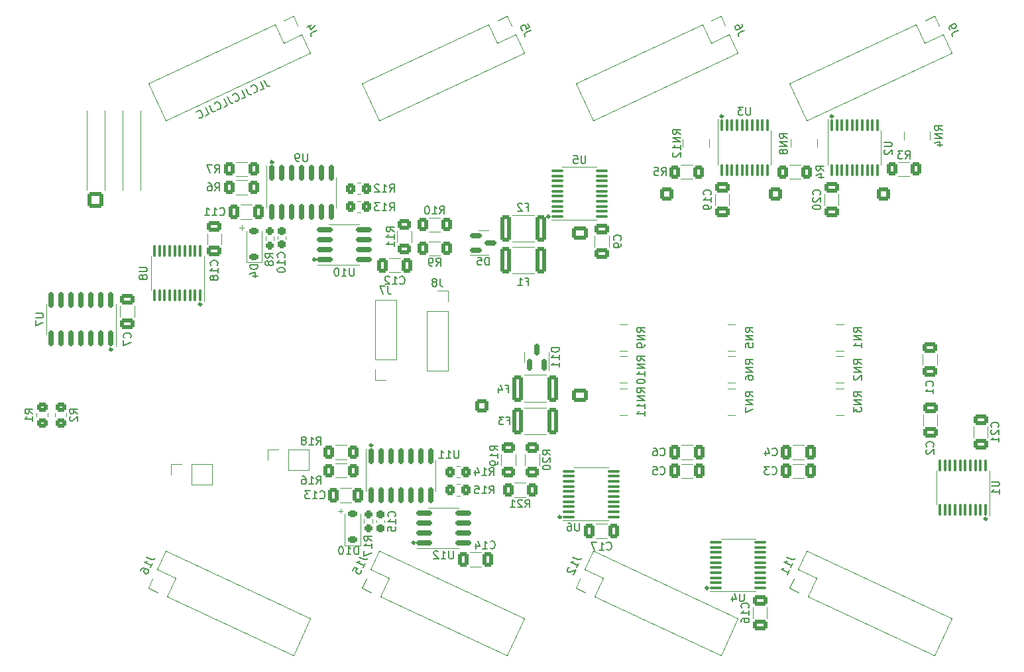
<source format=gbr>
%TF.GenerationSoftware,KiCad,Pcbnew,7.0.9*%
%TF.CreationDate,2024-01-13T22:18:07+01:00*%
%TF.ProjectId,HUB75HAT,48554237-3548-4415-942e-6b696361645f,rev?*%
%TF.SameCoordinates,Original*%
%TF.FileFunction,Legend,Bot*%
%TF.FilePolarity,Positive*%
%FSLAX46Y46*%
G04 Gerber Fmt 4.6, Leading zero omitted, Abs format (unit mm)*
G04 Created by KiCad (PCBNEW 7.0.9) date 2024-01-13 22:18:07*
%MOMM*%
%LPD*%
G01*
G04 APERTURE LIST*
G04 Aperture macros list*
%AMRoundRect*
0 Rectangle with rounded corners*
0 $1 Rounding radius*
0 $2 $3 $4 $5 $6 $7 $8 $9 X,Y pos of 4 corners*
0 Add a 4 corners polygon primitive as box body*
4,1,4,$2,$3,$4,$5,$6,$7,$8,$9,$2,$3,0*
0 Add four circle primitives for the rounded corners*
1,1,$1+$1,$2,$3*
1,1,$1+$1,$4,$5*
1,1,$1+$1,$6,$7*
1,1,$1+$1,$8,$9*
0 Add four rect primitives between the rounded corners*
20,1,$1+$1,$2,$3,$4,$5,0*
20,1,$1+$1,$4,$5,$6,$7,0*
20,1,$1+$1,$6,$7,$8,$9,0*
20,1,$1+$1,$8,$9,$2,$3,0*%
%AMHorizOval*
0 Thick line with rounded ends*
0 $1 width*
0 $2 $3 position (X,Y) of the first rounded end (center of the circle)*
0 $4 $5 position (X,Y) of the second rounded end (center of the circle)*
0 Add line between two ends*
20,1,$1,$2,$3,$4,$5,0*
0 Add two circle primitives to create the rounded ends*
1,1,$1,$2,$3*
1,1,$1,$4,$5*%
%AMRotRect*
0 Rectangle, with rotation*
0 The origin of the aperture is its center*
0 $1 length*
0 $2 width*
0 $3 Rotation angle, in degrees counterclockwise*
0 Add horizontal line*
21,1,$1,$2,0,0,$3*%
G04 Aperture macros list end*
%ADD10C,0.150000*%
%ADD11C,0.120000*%
%ADD12C,0.304000*%
%ADD13RoundRect,0.250000X-0.600000X0.600000X-0.600000X-0.600000X0.600000X-0.600000X0.600000X0.600000X0*%
%ADD14C,1.700000*%
%ADD15RoundRect,0.250000X-0.600000X-0.600000X0.600000X-0.600000X0.600000X0.600000X-0.600000X0.600000X0*%
%ADD16R,1.700000X1.700000*%
%ADD17O,1.700000X1.700000*%
%ADD18RoundRect,0.250000X-0.750000X0.600000X-0.750000X-0.600000X0.750000X-0.600000X0.750000X0.600000X0*%
%ADD19O,2.000000X1.700000*%
%ADD20C,3.100000*%
%ADD21C,4.700000*%
%ADD22R,1.000000X0.500000*%
%ADD23R,1.000000X0.400000*%
%ADD24RoundRect,0.250000X-0.400000X-1.450000X0.400000X-1.450000X0.400000X1.450000X-0.400000X1.450000X0*%
%ADD25R,0.500000X1.000000*%
%ADD26R,0.400000X1.000000*%
%ADD27RoundRect,0.250000X-0.650000X0.412500X-0.650000X-0.412500X0.650000X-0.412500X0.650000X0.412500X0*%
%ADD28RoundRect,0.225000X0.375000X-0.225000X0.375000X0.225000X-0.375000X0.225000X-0.375000X-0.225000X0*%
%ADD29RoundRect,0.250000X0.625000X-0.400000X0.625000X0.400000X-0.625000X0.400000X-0.625000X-0.400000X0*%
%ADD30RoundRect,0.150000X0.150000X-0.825000X0.150000X0.825000X-0.150000X0.825000X-0.150000X-0.825000X0*%
%ADD31RoundRect,0.250000X-0.400000X-0.625000X0.400000X-0.625000X0.400000X0.625000X-0.400000X0.625000X0*%
%ADD32RoundRect,0.250000X0.412500X0.650000X-0.412500X0.650000X-0.412500X-0.650000X0.412500X-0.650000X0*%
%ADD33RoundRect,0.250000X-0.412500X-0.650000X0.412500X-0.650000X0.412500X0.650000X-0.412500X0.650000X0*%
%ADD34RotRect,1.700000X1.700000X115.000000*%
%ADD35HorizOval,1.700000X0.000000X0.000000X0.000000X0.000000X0*%
%ADD36RoundRect,0.250000X-0.350000X-0.450000X0.350000X-0.450000X0.350000X0.450000X-0.350000X0.450000X0*%
%ADD37RotRect,1.700000X1.700000X245.000000*%
%ADD38HorizOval,1.700000X0.000000X0.000000X0.000000X0.000000X0*%
%ADD39RoundRect,0.250000X-0.625000X0.400000X-0.625000X-0.400000X0.625000X-0.400000X0.625000X0.400000X0*%
%ADD40RoundRect,0.237500X0.237500X-0.250000X0.237500X0.250000X-0.237500X0.250000X-0.237500X-0.250000X0*%
%ADD41RoundRect,0.250000X0.650000X-0.412500X0.650000X0.412500X-0.650000X0.412500X-0.650000X-0.412500X0*%
%ADD42RoundRect,0.100000X-0.637500X-0.100000X0.637500X-0.100000X0.637500X0.100000X-0.637500X0.100000X0*%
%ADD43RoundRect,0.250000X0.400000X0.625000X-0.400000X0.625000X-0.400000X-0.625000X0.400000X-0.625000X0*%
%ADD44RoundRect,0.250000X0.400000X1.450000X-0.400000X1.450000X-0.400000X-1.450000X0.400000X-1.450000X0*%
%ADD45RoundRect,0.237500X-0.237500X0.300000X-0.237500X-0.300000X0.237500X-0.300000X0.237500X0.300000X0*%
%ADD46RoundRect,0.150000X-0.150000X0.825000X-0.150000X-0.825000X0.150000X-0.825000X0.150000X0.825000X0*%
%ADD47RoundRect,0.150000X0.150000X-0.587500X0.150000X0.587500X-0.150000X0.587500X-0.150000X-0.587500X0*%
%ADD48RoundRect,0.100000X-0.100000X0.637500X-0.100000X-0.637500X0.100000X-0.637500X0.100000X0.637500X0*%
%ADD49RoundRect,0.100000X0.100000X-0.637500X0.100000X0.637500X-0.100000X0.637500X-0.100000X-0.637500X0*%
%ADD50RoundRect,0.250000X-0.450000X0.350000X-0.450000X-0.350000X0.450000X-0.350000X0.450000X0.350000X0*%
%ADD51RoundRect,0.150000X-0.587500X-0.150000X0.587500X-0.150000X0.587500X0.150000X-0.587500X0.150000X0*%
%ADD52C,2.600000*%
%ADD53RoundRect,0.250001X-0.799999X-0.799999X0.799999X-0.799999X0.799999X0.799999X-0.799999X0.799999X0*%
%ADD54C,2.100000*%
%ADD55RoundRect,0.150000X-0.825000X-0.150000X0.825000X-0.150000X0.825000X0.150000X-0.825000X0.150000X0*%
G04 APERTURE END LIST*
D10*
X48955876Y78446195D02*
X49257746Y77798833D01*
X49257746Y77798833D02*
X49361277Y77689485D01*
X49361277Y77689485D02*
X49487842Y77643419D01*
X49487842Y77643419D02*
X49637439Y77660636D01*
X49637439Y77660636D02*
X49723754Y77700885D01*
X48515343Y77137394D02*
X48946919Y77338641D01*
X48946919Y77338641D02*
X48524300Y78244949D01*
X47655101Y76841340D02*
X47718383Y76818307D01*
X47718383Y76818307D02*
X47867981Y76835524D01*
X47867981Y76835524D02*
X47954296Y76875773D01*
X47954296Y76875773D02*
X48063643Y76979305D01*
X48063643Y76979305D02*
X48109709Y77105869D01*
X48109709Y77105869D02*
X48112617Y77212309D01*
X48112617Y77212309D02*
X48075276Y77405063D01*
X48075276Y77405063D02*
X48014902Y77534536D01*
X48014902Y77534536D02*
X47891246Y77687041D01*
X47891246Y77687041D02*
X47807839Y77753232D01*
X47807839Y77753232D02*
X47681275Y77799297D01*
X47681275Y77799297D02*
X47531677Y77782081D01*
X47531677Y77782081D02*
X47445362Y77741832D01*
X47445362Y77741832D02*
X47336014Y77638300D01*
X47336014Y77638300D02*
X47312982Y77575018D01*
X46625370Y77359463D02*
X46927240Y76712100D01*
X46927240Y76712100D02*
X47030771Y76602752D01*
X47030771Y76602752D02*
X47157336Y76556686D01*
X47157336Y76556686D02*
X47306933Y76573903D01*
X47306933Y76573903D02*
X47393248Y76614152D01*
X46184837Y76050661D02*
X46616412Y76251908D01*
X46616412Y76251908D02*
X46193794Y77158216D01*
X45324595Y75754607D02*
X45387877Y75731574D01*
X45387877Y75731574D02*
X45537474Y75748791D01*
X45537474Y75748791D02*
X45623789Y75789040D01*
X45623789Y75789040D02*
X45733137Y75892572D01*
X45733137Y75892572D02*
X45779203Y76019136D01*
X45779203Y76019136D02*
X45782111Y76125576D01*
X45782111Y76125576D02*
X45744770Y76318331D01*
X45744770Y76318331D02*
X45684396Y76447803D01*
X45684396Y76447803D02*
X45560740Y76600309D01*
X45560740Y76600309D02*
X45477333Y76666499D01*
X45477333Y76666499D02*
X45350768Y76712565D01*
X45350768Y76712565D02*
X45201171Y76695348D01*
X45201171Y76695348D02*
X45114856Y76655099D01*
X45114856Y76655099D02*
X45005508Y76551567D01*
X45005508Y76551567D02*
X44982475Y76488285D01*
X44294863Y76272730D02*
X44596734Y75625367D01*
X44596734Y75625367D02*
X44700265Y75516019D01*
X44700265Y75516019D02*
X44826830Y75469954D01*
X44826830Y75469954D02*
X44976427Y75487170D01*
X44976427Y75487170D02*
X45062742Y75527419D01*
X43854331Y74963928D02*
X44285906Y75165175D01*
X44285906Y75165175D02*
X43863288Y76071483D01*
X42994089Y74667874D02*
X43057371Y74644842D01*
X43057371Y74644842D02*
X43206968Y74662058D01*
X43206968Y74662058D02*
X43293283Y74702307D01*
X43293283Y74702307D02*
X43402631Y74805839D01*
X43402631Y74805839D02*
X43448697Y74932403D01*
X43448697Y74932403D02*
X43451605Y75038843D01*
X43451605Y75038843D02*
X43414264Y75231598D01*
X43414264Y75231598D02*
X43353890Y75361070D01*
X43353890Y75361070D02*
X43230234Y75513576D01*
X43230234Y75513576D02*
X43146827Y75579766D01*
X43146827Y75579766D02*
X43020262Y75625832D01*
X43020262Y75625832D02*
X42870665Y75608615D01*
X42870665Y75608615D02*
X42784350Y75568366D01*
X42784350Y75568366D02*
X42675002Y75464834D01*
X42675002Y75464834D02*
X42651969Y75401552D01*
X41964357Y75185997D02*
X42266227Y74538634D01*
X42266227Y74538634D02*
X42369759Y74429286D01*
X42369759Y74429286D02*
X42496323Y74383221D01*
X42496323Y74383221D02*
X42645921Y74400437D01*
X42645921Y74400437D02*
X42732236Y74440687D01*
X41523825Y73877195D02*
X41955400Y74078442D01*
X41955400Y74078442D02*
X41532782Y74984750D01*
X40663583Y73581141D02*
X40726865Y73558109D01*
X40726865Y73558109D02*
X40876462Y73575325D01*
X40876462Y73575325D02*
X40962777Y73615575D01*
X40962777Y73615575D02*
X41072125Y73719106D01*
X41072125Y73719106D02*
X41118191Y73845670D01*
X41118191Y73845670D02*
X41121099Y73952110D01*
X41121099Y73952110D02*
X41083758Y74144865D01*
X41083758Y74144865D02*
X41023384Y74274337D01*
X41023384Y74274337D02*
X40899727Y74426843D01*
X40899727Y74426843D02*
X40816321Y74493033D01*
X40816321Y74493033D02*
X40689756Y74539099D01*
X40689756Y74539099D02*
X40540159Y74521882D01*
X40540159Y74521882D02*
X40453844Y74481633D01*
X40453844Y74481633D02*
X40344496Y74378101D01*
X40344496Y74378101D02*
X40321463Y74314819D01*
D11*
X59039376Y23337706D02*
X58429853Y23337706D01*
X58734614Y23032944D02*
X58734614Y23642468D01*
X46440976Y59533706D02*
X45831453Y59533706D01*
X46136214Y59228944D02*
X46136214Y59838468D01*
D10*
X97593619Y46200876D02*
X97117428Y46534209D01*
X97593619Y46772304D02*
X96593619Y46772304D01*
X96593619Y46772304D02*
X96593619Y46391352D01*
X96593619Y46391352D02*
X96641238Y46296114D01*
X96641238Y46296114D02*
X96688857Y46248495D01*
X96688857Y46248495D02*
X96784095Y46200876D01*
X96784095Y46200876D02*
X96926952Y46200876D01*
X96926952Y46200876D02*
X97022190Y46248495D01*
X97022190Y46248495D02*
X97069809Y46296114D01*
X97069809Y46296114D02*
X97117428Y46391352D01*
X97117428Y46391352D02*
X97117428Y46772304D01*
X97593619Y45772304D02*
X96593619Y45772304D01*
X96593619Y45772304D02*
X97593619Y45200876D01*
X97593619Y45200876D02*
X96593619Y45200876D01*
X97593619Y44677066D02*
X97593619Y44486590D01*
X97593619Y44486590D02*
X97546000Y44391352D01*
X97546000Y44391352D02*
X97498380Y44343733D01*
X97498380Y44343733D02*
X97355523Y44248495D01*
X97355523Y44248495D02*
X97165047Y44200876D01*
X97165047Y44200876D02*
X96784095Y44200876D01*
X96784095Y44200876D02*
X96688857Y44248495D01*
X96688857Y44248495D02*
X96641238Y44296114D01*
X96641238Y44296114D02*
X96593619Y44391352D01*
X96593619Y44391352D02*
X96593619Y44581828D01*
X96593619Y44581828D02*
X96641238Y44677066D01*
X96641238Y44677066D02*
X96688857Y44724685D01*
X96688857Y44724685D02*
X96784095Y44772304D01*
X96784095Y44772304D02*
X97022190Y44772304D01*
X97022190Y44772304D02*
X97117428Y44724685D01*
X97117428Y44724685D02*
X97165047Y44677066D01*
X97165047Y44677066D02*
X97212666Y44581828D01*
X97212666Y44581828D02*
X97212666Y44391352D01*
X97212666Y44391352D02*
X97165047Y44296114D01*
X97165047Y44296114D02*
X97117428Y44248495D01*
X97117428Y44248495D02*
X97022190Y44200876D01*
X80022333Y34885990D02*
X80355666Y34885990D01*
X80355666Y34362180D02*
X80355666Y35362180D01*
X80355666Y35362180D02*
X79879476Y35362180D01*
X79593761Y35362180D02*
X78974714Y35362180D01*
X78974714Y35362180D02*
X79308047Y34981228D01*
X79308047Y34981228D02*
X79165190Y34981228D01*
X79165190Y34981228D02*
X79069952Y34933609D01*
X79069952Y34933609D02*
X79022333Y34885990D01*
X79022333Y34885990D02*
X78974714Y34790752D01*
X78974714Y34790752D02*
X78974714Y34552657D01*
X78974714Y34552657D02*
X79022333Y34457419D01*
X79022333Y34457419D02*
X79069952Y34409800D01*
X79069952Y34409800D02*
X79165190Y34362180D01*
X79165190Y34362180D02*
X79450904Y34362180D01*
X79450904Y34362180D02*
X79546142Y34409800D01*
X79546142Y34409800D02*
X79593761Y34457419D01*
X135648819Y72007276D02*
X135172628Y72340609D01*
X135648819Y72578704D02*
X134648819Y72578704D01*
X134648819Y72578704D02*
X134648819Y72197752D01*
X134648819Y72197752D02*
X134696438Y72102514D01*
X134696438Y72102514D02*
X134744057Y72054895D01*
X134744057Y72054895D02*
X134839295Y72007276D01*
X134839295Y72007276D02*
X134982152Y72007276D01*
X134982152Y72007276D02*
X135077390Y72054895D01*
X135077390Y72054895D02*
X135125009Y72102514D01*
X135125009Y72102514D02*
X135172628Y72197752D01*
X135172628Y72197752D02*
X135172628Y72578704D01*
X135648819Y71578704D02*
X134648819Y71578704D01*
X134648819Y71578704D02*
X135648819Y71007276D01*
X135648819Y71007276D02*
X134648819Y71007276D01*
X134982152Y70102514D02*
X135648819Y70102514D01*
X134601200Y70340609D02*
X135315485Y70578704D01*
X135315485Y70578704D02*
X135315485Y69959657D01*
X110837580Y10948857D02*
X110885200Y10996476D01*
X110885200Y10996476D02*
X110932819Y11139333D01*
X110932819Y11139333D02*
X110932819Y11234571D01*
X110932819Y11234571D02*
X110885200Y11377428D01*
X110885200Y11377428D02*
X110789961Y11472666D01*
X110789961Y11472666D02*
X110694723Y11520285D01*
X110694723Y11520285D02*
X110504247Y11567904D01*
X110504247Y11567904D02*
X110361390Y11567904D01*
X110361390Y11567904D02*
X110170914Y11520285D01*
X110170914Y11520285D02*
X110075676Y11472666D01*
X110075676Y11472666D02*
X109980438Y11377428D01*
X109980438Y11377428D02*
X109932819Y11234571D01*
X109932819Y11234571D02*
X109932819Y11139333D01*
X109932819Y11139333D02*
X109980438Y10996476D01*
X109980438Y10996476D02*
X110028057Y10948857D01*
X110932819Y9996476D02*
X110932819Y10567904D01*
X110932819Y10282190D02*
X109932819Y10282190D01*
X109932819Y10282190D02*
X110075676Y10377428D01*
X110075676Y10377428D02*
X110170914Y10472666D01*
X110170914Y10472666D02*
X110218533Y10567904D01*
X109932819Y9139333D02*
X109932819Y9329809D01*
X109932819Y9329809D02*
X109980438Y9425047D01*
X109980438Y9425047D02*
X110028057Y9472666D01*
X110028057Y9472666D02*
X110170914Y9567904D01*
X110170914Y9567904D02*
X110361390Y9615523D01*
X110361390Y9615523D02*
X110742342Y9615523D01*
X110742342Y9615523D02*
X110837580Y9567904D01*
X110837580Y9567904D02*
X110885200Y9520285D01*
X110885200Y9520285D02*
X110932819Y9425047D01*
X110932819Y9425047D02*
X110932819Y9234571D01*
X110932819Y9234571D02*
X110885200Y9139333D01*
X110885200Y9139333D02*
X110837580Y9091714D01*
X110837580Y9091714D02*
X110742342Y9044095D01*
X110742342Y9044095D02*
X110504247Y9044095D01*
X110504247Y9044095D02*
X110409009Y9091714D01*
X110409009Y9091714D02*
X110361390Y9139333D01*
X110361390Y9139333D02*
X110313771Y9234571D01*
X110313771Y9234571D02*
X110313771Y9425047D01*
X110313771Y9425047D02*
X110361390Y9520285D01*
X110361390Y9520285D02*
X110409009Y9567904D01*
X110409009Y9567904D02*
X110504247Y9615523D01*
X48165219Y54782894D02*
X47165219Y54782894D01*
X47165219Y54782894D02*
X47165219Y54544799D01*
X47165219Y54544799D02*
X47212838Y54401942D01*
X47212838Y54401942D02*
X47308076Y54306704D01*
X47308076Y54306704D02*
X47403314Y54259085D01*
X47403314Y54259085D02*
X47593790Y54211466D01*
X47593790Y54211466D02*
X47736647Y54211466D01*
X47736647Y54211466D02*
X47927123Y54259085D01*
X47927123Y54259085D02*
X48022361Y54306704D01*
X48022361Y54306704D02*
X48117600Y54401942D01*
X48117600Y54401942D02*
X48165219Y54544799D01*
X48165219Y54544799D02*
X48165219Y54782894D01*
X47498552Y53354323D02*
X48165219Y53354323D01*
X47117600Y53592418D02*
X47831885Y53830513D01*
X47831885Y53830513D02*
X47831885Y53211466D01*
X82435333Y52665990D02*
X82768666Y52665990D01*
X82768666Y52142180D02*
X82768666Y53142180D01*
X82768666Y53142180D02*
X82292476Y53142180D01*
X81387714Y52142180D02*
X81959142Y52142180D01*
X81673428Y52142180D02*
X81673428Y53142180D01*
X81673428Y53142180D02*
X81768666Y52999323D01*
X81768666Y52999323D02*
X81863904Y52904085D01*
X81863904Y52904085D02*
X81959142Y52856466D01*
X97593619Y38447466D02*
X97117428Y38780799D01*
X97593619Y39018894D02*
X96593619Y39018894D01*
X96593619Y39018894D02*
X96593619Y38637942D01*
X96593619Y38637942D02*
X96641238Y38542704D01*
X96641238Y38542704D02*
X96688857Y38495085D01*
X96688857Y38495085D02*
X96784095Y38447466D01*
X96784095Y38447466D02*
X96926952Y38447466D01*
X96926952Y38447466D02*
X97022190Y38495085D01*
X97022190Y38495085D02*
X97069809Y38542704D01*
X97069809Y38542704D02*
X97117428Y38637942D01*
X97117428Y38637942D02*
X97117428Y39018894D01*
X97593619Y38018894D02*
X96593619Y38018894D01*
X96593619Y38018894D02*
X97593619Y37447466D01*
X97593619Y37447466D02*
X96593619Y37447466D01*
X97593619Y36447466D02*
X97593619Y37018894D01*
X97593619Y36733180D02*
X96593619Y36733180D01*
X96593619Y36733180D02*
X96736476Y36828418D01*
X96736476Y36828418D02*
X96831714Y36923656D01*
X96831714Y36923656D02*
X96879333Y37018894D01*
X97593619Y35495085D02*
X97593619Y36066513D01*
X97593619Y35780799D02*
X96593619Y35780799D01*
X96593619Y35780799D02*
X96736476Y35876037D01*
X96736476Y35876037D02*
X96831714Y35971275D01*
X96831714Y35971275D02*
X96879333Y36066513D01*
X65589619Y59056457D02*
X65113428Y59389790D01*
X65589619Y59627885D02*
X64589619Y59627885D01*
X64589619Y59627885D02*
X64589619Y59246933D01*
X64589619Y59246933D02*
X64637238Y59151695D01*
X64637238Y59151695D02*
X64684857Y59104076D01*
X64684857Y59104076D02*
X64780095Y59056457D01*
X64780095Y59056457D02*
X64922952Y59056457D01*
X64922952Y59056457D02*
X65018190Y59104076D01*
X65018190Y59104076D02*
X65065809Y59151695D01*
X65065809Y59151695D02*
X65113428Y59246933D01*
X65113428Y59246933D02*
X65113428Y59627885D01*
X65589619Y58104076D02*
X65589619Y58675504D01*
X65589619Y58389790D02*
X64589619Y58389790D01*
X64589619Y58389790D02*
X64732476Y58485028D01*
X64732476Y58485028D02*
X64827714Y58580266D01*
X64827714Y58580266D02*
X64875333Y58675504D01*
X65589619Y57151695D02*
X65589619Y57723123D01*
X65589619Y57437409D02*
X64589619Y57437409D01*
X64589619Y57437409D02*
X64732476Y57532647D01*
X64732476Y57532647D02*
X64827714Y57627885D01*
X64827714Y57627885D02*
X64875333Y57723123D01*
X119981580Y63780857D02*
X120029200Y63828476D01*
X120029200Y63828476D02*
X120076819Y63971333D01*
X120076819Y63971333D02*
X120076819Y64066571D01*
X120076819Y64066571D02*
X120029200Y64209428D01*
X120029200Y64209428D02*
X119933961Y64304666D01*
X119933961Y64304666D02*
X119838723Y64352285D01*
X119838723Y64352285D02*
X119648247Y64399904D01*
X119648247Y64399904D02*
X119505390Y64399904D01*
X119505390Y64399904D02*
X119314914Y64352285D01*
X119314914Y64352285D02*
X119219676Y64304666D01*
X119219676Y64304666D02*
X119124438Y64209428D01*
X119124438Y64209428D02*
X119076819Y64066571D01*
X119076819Y64066571D02*
X119076819Y63971333D01*
X119076819Y63971333D02*
X119124438Y63828476D01*
X119124438Y63828476D02*
X119172057Y63780857D01*
X119172057Y63399904D02*
X119124438Y63352285D01*
X119124438Y63352285D02*
X119076819Y63257047D01*
X119076819Y63257047D02*
X119076819Y63018952D01*
X119076819Y63018952D02*
X119124438Y62923714D01*
X119124438Y62923714D02*
X119172057Y62876095D01*
X119172057Y62876095D02*
X119267295Y62828476D01*
X119267295Y62828476D02*
X119362533Y62828476D01*
X119362533Y62828476D02*
X119505390Y62876095D01*
X119505390Y62876095D02*
X120076819Y63447523D01*
X120076819Y63447523D02*
X120076819Y62828476D01*
X119076819Y62209428D02*
X119076819Y62114190D01*
X119076819Y62114190D02*
X119124438Y62018952D01*
X119124438Y62018952D02*
X119172057Y61971333D01*
X119172057Y61971333D02*
X119267295Y61923714D01*
X119267295Y61923714D02*
X119457771Y61876095D01*
X119457771Y61876095D02*
X119695866Y61876095D01*
X119695866Y61876095D02*
X119886342Y61923714D01*
X119886342Y61923714D02*
X119981580Y61971333D01*
X119981580Y61971333D02*
X120029200Y62018952D01*
X120029200Y62018952D02*
X120076819Y62114190D01*
X120076819Y62114190D02*
X120076819Y62209428D01*
X120076819Y62209428D02*
X120029200Y62304666D01*
X120029200Y62304666D02*
X119981580Y62352285D01*
X119981580Y62352285D02*
X119886342Y62399904D01*
X119886342Y62399904D02*
X119695866Y62447523D01*
X119695866Y62447523D02*
X119457771Y62447523D01*
X119457771Y62447523D02*
X119267295Y62399904D01*
X119267295Y62399904D02*
X119172057Y62352285D01*
X119172057Y62352285D02*
X119124438Y62304666D01*
X119124438Y62304666D02*
X119076819Y62209428D01*
X19784019Y48609104D02*
X20593542Y48609104D01*
X20593542Y48609104D02*
X20688780Y48561485D01*
X20688780Y48561485D02*
X20736400Y48513866D01*
X20736400Y48513866D02*
X20784019Y48418628D01*
X20784019Y48418628D02*
X20784019Y48228152D01*
X20784019Y48228152D02*
X20736400Y48132914D01*
X20736400Y48132914D02*
X20688780Y48085295D01*
X20688780Y48085295D02*
X20593542Y48037676D01*
X20593542Y48037676D02*
X19784019Y48037676D01*
X19784019Y47656723D02*
X19784019Y46990057D01*
X19784019Y46990057D02*
X20784019Y47418628D01*
X71453333Y53040180D02*
X71453333Y52325895D01*
X71453333Y52325895D02*
X71500952Y52183038D01*
X71500952Y52183038D02*
X71596190Y52087800D01*
X71596190Y52087800D02*
X71739047Y52040180D01*
X71739047Y52040180D02*
X71834285Y52040180D01*
X70834285Y52611609D02*
X70929523Y52659228D01*
X70929523Y52659228D02*
X70977142Y52706847D01*
X70977142Y52706847D02*
X71024761Y52802085D01*
X71024761Y52802085D02*
X71024761Y52849704D01*
X71024761Y52849704D02*
X70977142Y52944942D01*
X70977142Y52944942D02*
X70929523Y52992561D01*
X70929523Y52992561D02*
X70834285Y53040180D01*
X70834285Y53040180D02*
X70643809Y53040180D01*
X70643809Y53040180D02*
X70548571Y52992561D01*
X70548571Y52992561D02*
X70500952Y52944942D01*
X70500952Y52944942D02*
X70453333Y52849704D01*
X70453333Y52849704D02*
X70453333Y52802085D01*
X70453333Y52802085D02*
X70500952Y52706847D01*
X70500952Y52706847D02*
X70548571Y52659228D01*
X70548571Y52659228D02*
X70643809Y52611609D01*
X70643809Y52611609D02*
X70834285Y52611609D01*
X70834285Y52611609D02*
X70929523Y52563990D01*
X70929523Y52563990D02*
X70977142Y52516371D01*
X70977142Y52516371D02*
X71024761Y52421133D01*
X71024761Y52421133D02*
X71024761Y52230657D01*
X71024761Y52230657D02*
X70977142Y52135419D01*
X70977142Y52135419D02*
X70929523Y52087800D01*
X70929523Y52087800D02*
X70834285Y52040180D01*
X70834285Y52040180D02*
X70643809Y52040180D01*
X70643809Y52040180D02*
X70548571Y52087800D01*
X70548571Y52087800D02*
X70500952Y52135419D01*
X70500952Y52135419D02*
X70453333Y52230657D01*
X70453333Y52230657D02*
X70453333Y52421133D01*
X70453333Y52421133D02*
X70500952Y52516371D01*
X70500952Y52516371D02*
X70548571Y52563990D01*
X70548571Y52563990D02*
X70643809Y52611609D01*
X102165619Y71518266D02*
X101689428Y71851599D01*
X102165619Y72089694D02*
X101165619Y72089694D01*
X101165619Y72089694D02*
X101165619Y71708742D01*
X101165619Y71708742D02*
X101213238Y71613504D01*
X101213238Y71613504D02*
X101260857Y71565885D01*
X101260857Y71565885D02*
X101356095Y71518266D01*
X101356095Y71518266D02*
X101498952Y71518266D01*
X101498952Y71518266D02*
X101594190Y71565885D01*
X101594190Y71565885D02*
X101641809Y71613504D01*
X101641809Y71613504D02*
X101689428Y71708742D01*
X101689428Y71708742D02*
X101689428Y72089694D01*
X102165619Y71089694D02*
X101165619Y71089694D01*
X101165619Y71089694D02*
X102165619Y70518266D01*
X102165619Y70518266D02*
X101165619Y70518266D01*
X102165619Y69518266D02*
X102165619Y70089694D01*
X102165619Y69803980D02*
X101165619Y69803980D01*
X101165619Y69803980D02*
X101308476Y69899218D01*
X101308476Y69899218D02*
X101403714Y69994456D01*
X101403714Y69994456D02*
X101451333Y70089694D01*
X101260857Y69137313D02*
X101213238Y69089694D01*
X101213238Y69089694D02*
X101165619Y68994456D01*
X101165619Y68994456D02*
X101165619Y68756361D01*
X101165619Y68756361D02*
X101213238Y68661123D01*
X101213238Y68661123D02*
X101260857Y68613504D01*
X101260857Y68613504D02*
X101356095Y68565885D01*
X101356095Y68565885D02*
X101451333Y68565885D01*
X101451333Y68565885D02*
X101594190Y68613504D01*
X101594190Y68613504D02*
X102165619Y69184932D01*
X102165619Y69184932D02*
X102165619Y68565885D01*
X42695466Y64257980D02*
X43028799Y64734171D01*
X43266894Y64257980D02*
X43266894Y65257980D01*
X43266894Y65257980D02*
X42885942Y65257980D01*
X42885942Y65257980D02*
X42790704Y65210361D01*
X42790704Y65210361D02*
X42743085Y65162742D01*
X42743085Y65162742D02*
X42695466Y65067504D01*
X42695466Y65067504D02*
X42695466Y64924647D01*
X42695466Y64924647D02*
X42743085Y64829409D01*
X42743085Y64829409D02*
X42790704Y64781790D01*
X42790704Y64781790D02*
X42885942Y64734171D01*
X42885942Y64734171D02*
X43266894Y64734171D01*
X41838323Y65257980D02*
X42028799Y65257980D01*
X42028799Y65257980D02*
X42124037Y65210361D01*
X42124037Y65210361D02*
X42171656Y65162742D01*
X42171656Y65162742D02*
X42266894Y65019885D01*
X42266894Y65019885D02*
X42314513Y64829409D01*
X42314513Y64829409D02*
X42314513Y64448457D01*
X42314513Y64448457D02*
X42266894Y64353219D01*
X42266894Y64353219D02*
X42219275Y64305600D01*
X42219275Y64305600D02*
X42124037Y64257980D01*
X42124037Y64257980D02*
X41933561Y64257980D01*
X41933561Y64257980D02*
X41838323Y64305600D01*
X41838323Y64305600D02*
X41790704Y64353219D01*
X41790704Y64353219D02*
X41743085Y64448457D01*
X41743085Y64448457D02*
X41743085Y64686552D01*
X41743085Y64686552D02*
X41790704Y64781790D01*
X41790704Y64781790D02*
X41838323Y64829409D01*
X41838323Y64829409D02*
X41933561Y64877028D01*
X41933561Y64877028D02*
X42124037Y64877028D01*
X42124037Y64877028D02*
X42219275Y64829409D01*
X42219275Y64829409D02*
X42266894Y64781790D01*
X42266894Y64781790D02*
X42314513Y64686552D01*
X56125657Y24983219D02*
X56173276Y24935600D01*
X56173276Y24935600D02*
X56316133Y24887980D01*
X56316133Y24887980D02*
X56411371Y24887980D01*
X56411371Y24887980D02*
X56554228Y24935600D01*
X56554228Y24935600D02*
X56649466Y25030838D01*
X56649466Y25030838D02*
X56697085Y25126076D01*
X56697085Y25126076D02*
X56744704Y25316552D01*
X56744704Y25316552D02*
X56744704Y25459409D01*
X56744704Y25459409D02*
X56697085Y25649885D01*
X56697085Y25649885D02*
X56649466Y25745123D01*
X56649466Y25745123D02*
X56554228Y25840361D01*
X56554228Y25840361D02*
X56411371Y25887980D01*
X56411371Y25887980D02*
X56316133Y25887980D01*
X56316133Y25887980D02*
X56173276Y25840361D01*
X56173276Y25840361D02*
X56125657Y25792742D01*
X55173276Y24887980D02*
X55744704Y24887980D01*
X55458990Y24887980D02*
X55458990Y25887980D01*
X55458990Y25887980D02*
X55554228Y25745123D01*
X55554228Y25745123D02*
X55649466Y25649885D01*
X55649466Y25649885D02*
X55744704Y25602266D01*
X54839942Y25887980D02*
X54220895Y25887980D01*
X54220895Y25887980D02*
X54554228Y25507028D01*
X54554228Y25507028D02*
X54411371Y25507028D01*
X54411371Y25507028D02*
X54316133Y25459409D01*
X54316133Y25459409D02*
X54268514Y25411790D01*
X54268514Y25411790D02*
X54220895Y25316552D01*
X54220895Y25316552D02*
X54220895Y25078457D01*
X54220895Y25078457D02*
X54268514Y24983219D01*
X54268514Y24983219D02*
X54316133Y24935600D01*
X54316133Y24935600D02*
X54411371Y24887980D01*
X54411371Y24887980D02*
X54697085Y24887980D01*
X54697085Y24887980D02*
X54792323Y24935600D01*
X54792323Y24935600D02*
X54839942Y24983219D01*
X77868057Y18582419D02*
X77915676Y18534800D01*
X77915676Y18534800D02*
X78058533Y18487180D01*
X78058533Y18487180D02*
X78153771Y18487180D01*
X78153771Y18487180D02*
X78296628Y18534800D01*
X78296628Y18534800D02*
X78391866Y18630038D01*
X78391866Y18630038D02*
X78439485Y18725276D01*
X78439485Y18725276D02*
X78487104Y18915752D01*
X78487104Y18915752D02*
X78487104Y19058609D01*
X78487104Y19058609D02*
X78439485Y19249085D01*
X78439485Y19249085D02*
X78391866Y19344323D01*
X78391866Y19344323D02*
X78296628Y19439561D01*
X78296628Y19439561D02*
X78153771Y19487180D01*
X78153771Y19487180D02*
X78058533Y19487180D01*
X78058533Y19487180D02*
X77915676Y19439561D01*
X77915676Y19439561D02*
X77868057Y19391942D01*
X76915676Y18487180D02*
X77487104Y18487180D01*
X77201390Y18487180D02*
X77201390Y19487180D01*
X77201390Y19487180D02*
X77296628Y19344323D01*
X77296628Y19344323D02*
X77391866Y19249085D01*
X77391866Y19249085D02*
X77487104Y19201466D01*
X76058533Y19153847D02*
X76058533Y18487180D01*
X76296628Y19534800D02*
X76534723Y18820514D01*
X76534723Y18820514D02*
X75915676Y18820514D01*
X55752171Y84783941D02*
X55104808Y84482071D01*
X55104808Y84482071D02*
X54995460Y84378539D01*
X54995460Y84378539D02*
X54949395Y84251975D01*
X54949395Y84251975D02*
X54966611Y84102378D01*
X54966611Y84102378D02*
X55006861Y84016063D01*
X55067699Y85463061D02*
X54463494Y85181316D01*
X55513583Y85408271D02*
X54966844Y84890614D01*
X54966844Y84890614D02*
X54705223Y85451661D01*
X111462019Y46200876D02*
X110985828Y46534209D01*
X111462019Y46772304D02*
X110462019Y46772304D01*
X110462019Y46772304D02*
X110462019Y46391352D01*
X110462019Y46391352D02*
X110509638Y46296114D01*
X110509638Y46296114D02*
X110557257Y46248495D01*
X110557257Y46248495D02*
X110652495Y46200876D01*
X110652495Y46200876D02*
X110795352Y46200876D01*
X110795352Y46200876D02*
X110890590Y46248495D01*
X110890590Y46248495D02*
X110938209Y46296114D01*
X110938209Y46296114D02*
X110985828Y46391352D01*
X110985828Y46391352D02*
X110985828Y46772304D01*
X111462019Y45772304D02*
X110462019Y45772304D01*
X110462019Y45772304D02*
X111462019Y45200876D01*
X111462019Y45200876D02*
X110462019Y45200876D01*
X110462019Y44248495D02*
X110462019Y44724685D01*
X110462019Y44724685D02*
X110938209Y44772304D01*
X110938209Y44772304D02*
X110890590Y44724685D01*
X110890590Y44724685D02*
X110842971Y44629447D01*
X110842971Y44629447D02*
X110842971Y44391352D01*
X110842971Y44391352D02*
X110890590Y44296114D01*
X110890590Y44296114D02*
X110938209Y44248495D01*
X110938209Y44248495D02*
X111033447Y44200876D01*
X111033447Y44200876D02*
X111271542Y44200876D01*
X111271542Y44200876D02*
X111366780Y44248495D01*
X111366780Y44248495D02*
X111414400Y44296114D01*
X111414400Y44296114D02*
X111462019Y44391352D01*
X111462019Y44391352D02*
X111462019Y44629447D01*
X111462019Y44629447D02*
X111414400Y44724685D01*
X111414400Y44724685D02*
X111366780Y44772304D01*
X55668457Y26767580D02*
X56001790Y27243771D01*
X56239885Y26767580D02*
X56239885Y27767580D01*
X56239885Y27767580D02*
X55858933Y27767580D01*
X55858933Y27767580D02*
X55763695Y27719961D01*
X55763695Y27719961D02*
X55716076Y27672342D01*
X55716076Y27672342D02*
X55668457Y27577104D01*
X55668457Y27577104D02*
X55668457Y27434247D01*
X55668457Y27434247D02*
X55716076Y27339009D01*
X55716076Y27339009D02*
X55763695Y27291390D01*
X55763695Y27291390D02*
X55858933Y27243771D01*
X55858933Y27243771D02*
X56239885Y27243771D01*
X54716076Y26767580D02*
X55287504Y26767580D01*
X55001790Y26767580D02*
X55001790Y27767580D01*
X55001790Y27767580D02*
X55097028Y27624723D01*
X55097028Y27624723D02*
X55192266Y27529485D01*
X55192266Y27529485D02*
X55287504Y27481866D01*
X53858933Y27767580D02*
X54049409Y27767580D01*
X54049409Y27767580D02*
X54144647Y27719961D01*
X54144647Y27719961D02*
X54192266Y27672342D01*
X54192266Y27672342D02*
X54287504Y27529485D01*
X54287504Y27529485D02*
X54335123Y27339009D01*
X54335123Y27339009D02*
X54335123Y26958057D01*
X54335123Y26958057D02*
X54287504Y26862819D01*
X54287504Y26862819D02*
X54239885Y26815200D01*
X54239885Y26815200D02*
X54144647Y26767580D01*
X54144647Y26767580D02*
X53954171Y26767580D01*
X53954171Y26767580D02*
X53858933Y26815200D01*
X53858933Y26815200D02*
X53811314Y26862819D01*
X53811314Y26862819D02*
X53763695Y26958057D01*
X53763695Y26958057D02*
X53763695Y27196152D01*
X53763695Y27196152D02*
X53811314Y27291390D01*
X53811314Y27291390D02*
X53858933Y27339009D01*
X53858933Y27339009D02*
X53954171Y27386628D01*
X53954171Y27386628D02*
X54144647Y27386628D01*
X54144647Y27386628D02*
X54239885Y27339009D01*
X54239885Y27339009D02*
X54287504Y27291390D01*
X54287504Y27291390D02*
X54335123Y27196152D01*
X77766457Y27885180D02*
X78099790Y28361371D01*
X78337885Y27885180D02*
X78337885Y28885180D01*
X78337885Y28885180D02*
X77956933Y28885180D01*
X77956933Y28885180D02*
X77861695Y28837561D01*
X77861695Y28837561D02*
X77814076Y28789942D01*
X77814076Y28789942D02*
X77766457Y28694704D01*
X77766457Y28694704D02*
X77766457Y28551847D01*
X77766457Y28551847D02*
X77814076Y28456609D01*
X77814076Y28456609D02*
X77861695Y28408990D01*
X77861695Y28408990D02*
X77956933Y28361371D01*
X77956933Y28361371D02*
X78337885Y28361371D01*
X76814076Y27885180D02*
X77385504Y27885180D01*
X77099790Y27885180D02*
X77099790Y28885180D01*
X77099790Y28885180D02*
X77195028Y28742323D01*
X77195028Y28742323D02*
X77290266Y28647085D01*
X77290266Y28647085D02*
X77385504Y28599466D01*
X75956933Y28551847D02*
X75956933Y27885180D01*
X76195028Y28932800D02*
X76433123Y28218514D01*
X76433123Y28218514D02*
X75814076Y28218514D01*
X88440118Y17403896D02*
X89087481Y17102026D01*
X89087481Y17102026D02*
X89237078Y17084810D01*
X89237078Y17084810D02*
X89363642Y17130875D01*
X89363642Y17130875D02*
X89467174Y17240223D01*
X89467174Y17240223D02*
X89507423Y17326538D01*
X88923808Y16074970D02*
X89165304Y16592860D01*
X89044556Y16333915D02*
X88138248Y16756533D01*
X88138248Y16756533D02*
X88307970Y16782474D01*
X88307970Y16782474D02*
X88434534Y16828540D01*
X88434534Y16828540D02*
X88517941Y16894730D01*
X87942817Y16112079D02*
X87879535Y16089046D01*
X87879535Y16089046D02*
X87796128Y16022856D01*
X87796128Y16022856D02*
X87695505Y15807068D01*
X87695505Y15807068D02*
X87698413Y15700628D01*
X87698413Y15700628D02*
X87721446Y15637346D01*
X87721446Y15637346D02*
X87787636Y15553939D01*
X87787636Y15553939D02*
X87873951Y15513690D01*
X87873951Y15513690D02*
X88023548Y15496473D01*
X88023548Y15496473D02*
X88782935Y15772867D01*
X88782935Y15772867D02*
X88521314Y15211820D01*
X99743866Y66239180D02*
X100077199Y66715371D01*
X100315294Y66239180D02*
X100315294Y67239180D01*
X100315294Y67239180D02*
X99934342Y67239180D01*
X99934342Y67239180D02*
X99839104Y67191561D01*
X99839104Y67191561D02*
X99791485Y67143942D01*
X99791485Y67143942D02*
X99743866Y67048704D01*
X99743866Y67048704D02*
X99743866Y66905847D01*
X99743866Y66905847D02*
X99791485Y66810609D01*
X99791485Y66810609D02*
X99839104Y66762990D01*
X99839104Y66762990D02*
X99934342Y66715371D01*
X99934342Y66715371D02*
X100315294Y66715371D01*
X98839104Y67239180D02*
X99315294Y67239180D01*
X99315294Y67239180D02*
X99362913Y66762990D01*
X99362913Y66762990D02*
X99315294Y66810609D01*
X99315294Y66810609D02*
X99220056Y66858228D01*
X99220056Y66858228D02*
X98981961Y66858228D01*
X98981961Y66858228D02*
X98886723Y66810609D01*
X98886723Y66810609D02*
X98839104Y66762990D01*
X98839104Y66762990D02*
X98791485Y66667752D01*
X98791485Y66667752D02*
X98791485Y66429657D01*
X98791485Y66429657D02*
X98839104Y66334419D01*
X98839104Y66334419D02*
X98886723Y66286800D01*
X98886723Y66286800D02*
X98981961Y66239180D01*
X98981961Y66239180D02*
X99220056Y66239180D01*
X99220056Y66239180D02*
X99315294Y66286800D01*
X99315294Y66286800D02*
X99362913Y66334419D01*
X78848419Y31065657D02*
X78372228Y31398990D01*
X78848419Y31637085D02*
X77848419Y31637085D01*
X77848419Y31637085D02*
X77848419Y31256133D01*
X77848419Y31256133D02*
X77896038Y31160895D01*
X77896038Y31160895D02*
X77943657Y31113276D01*
X77943657Y31113276D02*
X78038895Y31065657D01*
X78038895Y31065657D02*
X78181752Y31065657D01*
X78181752Y31065657D02*
X78276990Y31113276D01*
X78276990Y31113276D02*
X78324609Y31160895D01*
X78324609Y31160895D02*
X78372228Y31256133D01*
X78372228Y31256133D02*
X78372228Y31637085D01*
X78848419Y30113276D02*
X78848419Y30684704D01*
X78848419Y30398990D02*
X77848419Y30398990D01*
X77848419Y30398990D02*
X77991276Y30494228D01*
X77991276Y30494228D02*
X78086514Y30589466D01*
X78086514Y30589466D02*
X78134133Y30684704D01*
X78848419Y29637085D02*
X78848419Y29446609D01*
X78848419Y29446609D02*
X78800800Y29351371D01*
X78800800Y29351371D02*
X78753180Y29303752D01*
X78753180Y29303752D02*
X78610323Y29208514D01*
X78610323Y29208514D02*
X78419847Y29160895D01*
X78419847Y29160895D02*
X78038895Y29160895D01*
X78038895Y29160895D02*
X77943657Y29208514D01*
X77943657Y29208514D02*
X77896038Y29256133D01*
X77896038Y29256133D02*
X77848419Y29351371D01*
X77848419Y29351371D02*
X77848419Y29541847D01*
X77848419Y29541847D02*
X77896038Y29637085D01*
X77896038Y29637085D02*
X77943657Y29684704D01*
X77943657Y29684704D02*
X78038895Y29732323D01*
X78038895Y29732323D02*
X78276990Y29732323D01*
X78276990Y29732323D02*
X78372228Y29684704D01*
X78372228Y29684704D02*
X78419847Y29637085D01*
X78419847Y29637085D02*
X78467466Y29541847D01*
X78467466Y29541847D02*
X78467466Y29351371D01*
X78467466Y29351371D02*
X78419847Y29256133D01*
X78419847Y29256133D02*
X78372228Y29208514D01*
X78372228Y29208514D02*
X78276990Y29160895D01*
X99591466Y30469619D02*
X99639085Y30422000D01*
X99639085Y30422000D02*
X99781942Y30374380D01*
X99781942Y30374380D02*
X99877180Y30374380D01*
X99877180Y30374380D02*
X100020037Y30422000D01*
X100020037Y30422000D02*
X100115275Y30517238D01*
X100115275Y30517238D02*
X100162894Y30612476D01*
X100162894Y30612476D02*
X100210513Y30802952D01*
X100210513Y30802952D02*
X100210513Y30945809D01*
X100210513Y30945809D02*
X100162894Y31136285D01*
X100162894Y31136285D02*
X100115275Y31231523D01*
X100115275Y31231523D02*
X100020037Y31326761D01*
X100020037Y31326761D02*
X99877180Y31374380D01*
X99877180Y31374380D02*
X99781942Y31374380D01*
X99781942Y31374380D02*
X99639085Y31326761D01*
X99639085Y31326761D02*
X99591466Y31279142D01*
X98734323Y31374380D02*
X98924799Y31374380D01*
X98924799Y31374380D02*
X99020037Y31326761D01*
X99020037Y31326761D02*
X99067656Y31279142D01*
X99067656Y31279142D02*
X99162894Y31136285D01*
X99162894Y31136285D02*
X99210513Y30945809D01*
X99210513Y30945809D02*
X99210513Y30564857D01*
X99210513Y30564857D02*
X99162894Y30469619D01*
X99162894Y30469619D02*
X99115275Y30422000D01*
X99115275Y30422000D02*
X99020037Y30374380D01*
X99020037Y30374380D02*
X98829561Y30374380D01*
X98829561Y30374380D02*
X98734323Y30422000D01*
X98734323Y30422000D02*
X98686704Y30469619D01*
X98686704Y30469619D02*
X98639085Y30564857D01*
X98639085Y30564857D02*
X98639085Y30802952D01*
X98639085Y30802952D02*
X98686704Y30898190D01*
X98686704Y30898190D02*
X98734323Y30945809D01*
X98734323Y30945809D02*
X98829561Y30993428D01*
X98829561Y30993428D02*
X99020037Y30993428D01*
X99020037Y30993428D02*
X99115275Y30945809D01*
X99115275Y30945809D02*
X99162894Y30898190D01*
X99162894Y30898190D02*
X99210513Y30802952D01*
X31915580Y45473866D02*
X31963200Y45521485D01*
X31963200Y45521485D02*
X32010819Y45664342D01*
X32010819Y45664342D02*
X32010819Y45759580D01*
X32010819Y45759580D02*
X31963200Y45902437D01*
X31963200Y45902437D02*
X31867961Y45997675D01*
X31867961Y45997675D02*
X31772723Y46045294D01*
X31772723Y46045294D02*
X31582247Y46092913D01*
X31582247Y46092913D02*
X31439390Y46092913D01*
X31439390Y46092913D02*
X31248914Y46045294D01*
X31248914Y46045294D02*
X31153676Y45997675D01*
X31153676Y45997675D02*
X31058438Y45902437D01*
X31058438Y45902437D02*
X31010819Y45759580D01*
X31010819Y45759580D02*
X31010819Y45664342D01*
X31010819Y45664342D02*
X31058438Y45521485D01*
X31058438Y45521485D02*
X31106057Y45473866D01*
X31010819Y45140532D02*
X31010819Y44473866D01*
X31010819Y44473866D02*
X32010819Y44902437D01*
X50146419Y55684666D02*
X49670228Y56017999D01*
X50146419Y56256094D02*
X49146419Y56256094D01*
X49146419Y56256094D02*
X49146419Y55875142D01*
X49146419Y55875142D02*
X49194038Y55779904D01*
X49194038Y55779904D02*
X49241657Y55732285D01*
X49241657Y55732285D02*
X49336895Y55684666D01*
X49336895Y55684666D02*
X49479752Y55684666D01*
X49479752Y55684666D02*
X49574990Y55732285D01*
X49574990Y55732285D02*
X49622609Y55779904D01*
X49622609Y55779904D02*
X49670228Y55875142D01*
X49670228Y55875142D02*
X49670228Y56256094D01*
X49574990Y55113237D02*
X49527371Y55208475D01*
X49527371Y55208475D02*
X49479752Y55256094D01*
X49479752Y55256094D02*
X49384514Y55303713D01*
X49384514Y55303713D02*
X49336895Y55303713D01*
X49336895Y55303713D02*
X49241657Y55256094D01*
X49241657Y55256094D02*
X49194038Y55208475D01*
X49194038Y55208475D02*
X49146419Y55113237D01*
X49146419Y55113237D02*
X49146419Y54922761D01*
X49146419Y54922761D02*
X49194038Y54827523D01*
X49194038Y54827523D02*
X49241657Y54779904D01*
X49241657Y54779904D02*
X49336895Y54732285D01*
X49336895Y54732285D02*
X49384514Y54732285D01*
X49384514Y54732285D02*
X49479752Y54779904D01*
X49479752Y54779904D02*
X49527371Y54827523D01*
X49527371Y54827523D02*
X49574990Y54922761D01*
X49574990Y54922761D02*
X49574990Y55113237D01*
X49574990Y55113237D02*
X49622609Y55208475D01*
X49622609Y55208475D02*
X49670228Y55256094D01*
X49670228Y55256094D02*
X49765466Y55303713D01*
X49765466Y55303713D02*
X49955942Y55303713D01*
X49955942Y55303713D02*
X50051180Y55256094D01*
X50051180Y55256094D02*
X50098800Y55208475D01*
X50098800Y55208475D02*
X50146419Y55113237D01*
X50146419Y55113237D02*
X50146419Y54922761D01*
X50146419Y54922761D02*
X50098800Y54827523D01*
X50098800Y54827523D02*
X50051180Y54779904D01*
X50051180Y54779904D02*
X49955942Y54732285D01*
X49955942Y54732285D02*
X49765466Y54732285D01*
X49765466Y54732285D02*
X49670228Y54779904D01*
X49670228Y54779904D02*
X49622609Y54827523D01*
X49622609Y54827523D02*
X49574990Y54922761D01*
X115745118Y17403896D02*
X116392481Y17102026D01*
X116392481Y17102026D02*
X116542078Y17084810D01*
X116542078Y17084810D02*
X116668642Y17130875D01*
X116668642Y17130875D02*
X116772174Y17240223D01*
X116772174Y17240223D02*
X116812423Y17326538D01*
X116228808Y16074970D02*
X116470304Y16592860D01*
X116349556Y16333915D02*
X115443248Y16756533D01*
X115443248Y16756533D02*
X115612970Y16782474D01*
X115612970Y16782474D02*
X115739534Y16828540D01*
X115739534Y16828540D02*
X115822941Y16894730D01*
X115826314Y15211820D02*
X116067810Y15729710D01*
X115947062Y15470765D02*
X115040754Y15893383D01*
X115040754Y15893383D02*
X115210476Y15919324D01*
X115210476Y15919324D02*
X115337041Y15965390D01*
X115337041Y15965390D02*
X115420447Y16031580D01*
X134404580Y39301666D02*
X134452200Y39349285D01*
X134452200Y39349285D02*
X134499819Y39492142D01*
X134499819Y39492142D02*
X134499819Y39587380D01*
X134499819Y39587380D02*
X134452200Y39730237D01*
X134452200Y39730237D02*
X134356961Y39825475D01*
X134356961Y39825475D02*
X134261723Y39873094D01*
X134261723Y39873094D02*
X134071247Y39920713D01*
X134071247Y39920713D02*
X133928390Y39920713D01*
X133928390Y39920713D02*
X133737914Y39873094D01*
X133737914Y39873094D02*
X133642676Y39825475D01*
X133642676Y39825475D02*
X133547438Y39730237D01*
X133547438Y39730237D02*
X133499819Y39587380D01*
X133499819Y39587380D02*
X133499819Y39492142D01*
X133499819Y39492142D02*
X133547438Y39349285D01*
X133547438Y39349285D02*
X133595057Y39301666D01*
X134499819Y38349285D02*
X134499819Y38920713D01*
X134499819Y38634999D02*
X133499819Y38634999D01*
X133499819Y38634999D02*
X133642676Y38730237D01*
X133642676Y38730237D02*
X133737914Y38825475D01*
X133737914Y38825475D02*
X133785533Y38920713D01*
X113853966Y28082019D02*
X113901585Y28034400D01*
X113901585Y28034400D02*
X114044442Y27986780D01*
X114044442Y27986780D02*
X114139680Y27986780D01*
X114139680Y27986780D02*
X114282537Y28034400D01*
X114282537Y28034400D02*
X114377775Y28129638D01*
X114377775Y28129638D02*
X114425394Y28224876D01*
X114425394Y28224876D02*
X114473013Y28415352D01*
X114473013Y28415352D02*
X114473013Y28558209D01*
X114473013Y28558209D02*
X114425394Y28748685D01*
X114425394Y28748685D02*
X114377775Y28843923D01*
X114377775Y28843923D02*
X114282537Y28939161D01*
X114282537Y28939161D02*
X114139680Y28986780D01*
X114139680Y28986780D02*
X114044442Y28986780D01*
X114044442Y28986780D02*
X113901585Y28939161D01*
X113901585Y28939161D02*
X113853966Y28891542D01*
X113520632Y28986780D02*
X112901585Y28986780D01*
X112901585Y28986780D02*
X113234918Y28605828D01*
X113234918Y28605828D02*
X113092061Y28605828D01*
X113092061Y28605828D02*
X112996823Y28558209D01*
X112996823Y28558209D02*
X112949204Y28510590D01*
X112949204Y28510590D02*
X112901585Y28415352D01*
X112901585Y28415352D02*
X112901585Y28177257D01*
X112901585Y28177257D02*
X112949204Y28082019D01*
X112949204Y28082019D02*
X112996823Y28034400D01*
X112996823Y28034400D02*
X113092061Y27986780D01*
X113092061Y27986780D02*
X113377775Y27986780D01*
X113377775Y27986780D02*
X113473013Y28034400D01*
X113473013Y28034400D02*
X113520632Y28082019D01*
X90044404Y68763180D02*
X90044404Y67953657D01*
X90044404Y67953657D02*
X89996785Y67858419D01*
X89996785Y67858419D02*
X89949166Y67810800D01*
X89949166Y67810800D02*
X89853928Y67763180D01*
X89853928Y67763180D02*
X89663452Y67763180D01*
X89663452Y67763180D02*
X89568214Y67810800D01*
X89568214Y67810800D02*
X89520595Y67858419D01*
X89520595Y67858419D02*
X89472976Y67953657D01*
X89472976Y67953657D02*
X89472976Y68763180D01*
X88520595Y68763180D02*
X88996785Y68763180D01*
X88996785Y68763180D02*
X89044404Y68286990D01*
X89044404Y68286990D02*
X88996785Y68334609D01*
X88996785Y68334609D02*
X88901547Y68382228D01*
X88901547Y68382228D02*
X88663452Y68382228D01*
X88663452Y68382228D02*
X88568214Y68334609D01*
X88568214Y68334609D02*
X88520595Y68286990D01*
X88520595Y68286990D02*
X88472976Y68191752D01*
X88472976Y68191752D02*
X88472976Y67953657D01*
X88472976Y67953657D02*
X88520595Y67858419D01*
X88520595Y67858419D02*
X88568214Y67810800D01*
X88568214Y67810800D02*
X88663452Y67763180D01*
X88663452Y67763180D02*
X88901547Y67763180D01*
X88901547Y67763180D02*
X88996785Y67810800D01*
X88996785Y67810800D02*
X89044404Y67858419D01*
X97593619Y42562266D02*
X97117428Y42895599D01*
X97593619Y43133694D02*
X96593619Y43133694D01*
X96593619Y43133694D02*
X96593619Y42752742D01*
X96593619Y42752742D02*
X96641238Y42657504D01*
X96641238Y42657504D02*
X96688857Y42609885D01*
X96688857Y42609885D02*
X96784095Y42562266D01*
X96784095Y42562266D02*
X96926952Y42562266D01*
X96926952Y42562266D02*
X97022190Y42609885D01*
X97022190Y42609885D02*
X97069809Y42657504D01*
X97069809Y42657504D02*
X97117428Y42752742D01*
X97117428Y42752742D02*
X97117428Y43133694D01*
X97593619Y42133694D02*
X96593619Y42133694D01*
X96593619Y42133694D02*
X97593619Y41562266D01*
X97593619Y41562266D02*
X96593619Y41562266D01*
X97593619Y40562266D02*
X97593619Y41133694D01*
X97593619Y40847980D02*
X96593619Y40847980D01*
X96593619Y40847980D02*
X96736476Y40943218D01*
X96736476Y40943218D02*
X96831714Y41038456D01*
X96831714Y41038456D02*
X96879333Y41133694D01*
X96593619Y39943218D02*
X96593619Y39847980D01*
X96593619Y39847980D02*
X96641238Y39752742D01*
X96641238Y39752742D02*
X96688857Y39705123D01*
X96688857Y39705123D02*
X96784095Y39657504D01*
X96784095Y39657504D02*
X96974571Y39609885D01*
X96974571Y39609885D02*
X97212666Y39609885D01*
X97212666Y39609885D02*
X97403142Y39657504D01*
X97403142Y39657504D02*
X97498380Y39705123D01*
X97498380Y39705123D02*
X97546000Y39752742D01*
X97546000Y39752742D02*
X97593619Y39847980D01*
X97593619Y39847980D02*
X97593619Y39943218D01*
X97593619Y39943218D02*
X97546000Y40038456D01*
X97546000Y40038456D02*
X97498380Y40086075D01*
X97498380Y40086075D02*
X97403142Y40133694D01*
X97403142Y40133694D02*
X97212666Y40181313D01*
X97212666Y40181313D02*
X96974571Y40181313D01*
X96974571Y40181313D02*
X96784095Y40133694D01*
X96784095Y40133694D02*
X96688857Y40086075D01*
X96688857Y40086075D02*
X96641238Y40038456D01*
X96641238Y40038456D02*
X96593619Y39943218D01*
X115830819Y70991276D02*
X115354628Y71324609D01*
X115830819Y71562704D02*
X114830819Y71562704D01*
X114830819Y71562704D02*
X114830819Y71181752D01*
X114830819Y71181752D02*
X114878438Y71086514D01*
X114878438Y71086514D02*
X114926057Y71038895D01*
X114926057Y71038895D02*
X115021295Y70991276D01*
X115021295Y70991276D02*
X115164152Y70991276D01*
X115164152Y70991276D02*
X115259390Y71038895D01*
X115259390Y71038895D02*
X115307009Y71086514D01*
X115307009Y71086514D02*
X115354628Y71181752D01*
X115354628Y71181752D02*
X115354628Y71562704D01*
X115830819Y70562704D02*
X114830819Y70562704D01*
X114830819Y70562704D02*
X115830819Y69991276D01*
X115830819Y69991276D02*
X114830819Y69991276D01*
X115259390Y69372228D02*
X115211771Y69467466D01*
X115211771Y69467466D02*
X115164152Y69515085D01*
X115164152Y69515085D02*
X115068914Y69562704D01*
X115068914Y69562704D02*
X115021295Y69562704D01*
X115021295Y69562704D02*
X114926057Y69515085D01*
X114926057Y69515085D02*
X114878438Y69467466D01*
X114878438Y69467466D02*
X114830819Y69372228D01*
X114830819Y69372228D02*
X114830819Y69181752D01*
X114830819Y69181752D02*
X114878438Y69086514D01*
X114878438Y69086514D02*
X114926057Y69038895D01*
X114926057Y69038895D02*
X115021295Y68991276D01*
X115021295Y68991276D02*
X115068914Y68991276D01*
X115068914Y68991276D02*
X115164152Y69038895D01*
X115164152Y69038895D02*
X115211771Y69086514D01*
X115211771Y69086514D02*
X115259390Y69181752D01*
X115259390Y69181752D02*
X115259390Y69372228D01*
X115259390Y69372228D02*
X115307009Y69467466D01*
X115307009Y69467466D02*
X115354628Y69515085D01*
X115354628Y69515085D02*
X115449866Y69562704D01*
X115449866Y69562704D02*
X115640342Y69562704D01*
X115640342Y69562704D02*
X115735580Y69515085D01*
X115735580Y69515085D02*
X115783200Y69467466D01*
X115783200Y69467466D02*
X115830819Y69372228D01*
X115830819Y69372228D02*
X115830819Y69181752D01*
X115830819Y69181752D02*
X115783200Y69086514D01*
X115783200Y69086514D02*
X115735580Y69038895D01*
X115735580Y69038895D02*
X115640342Y68991276D01*
X115640342Y68991276D02*
X115449866Y68991276D01*
X115449866Y68991276D02*
X115354628Y69038895D01*
X115354628Y69038895D02*
X115307009Y69086514D01*
X115307009Y69086514D02*
X115259390Y69181752D01*
X71416457Y61311580D02*
X71749790Y61787771D01*
X71987885Y61311580D02*
X71987885Y62311580D01*
X71987885Y62311580D02*
X71606933Y62311580D01*
X71606933Y62311580D02*
X71511695Y62263961D01*
X71511695Y62263961D02*
X71464076Y62216342D01*
X71464076Y62216342D02*
X71416457Y62121104D01*
X71416457Y62121104D02*
X71416457Y61978247D01*
X71416457Y61978247D02*
X71464076Y61883009D01*
X71464076Y61883009D02*
X71511695Y61835390D01*
X71511695Y61835390D02*
X71606933Y61787771D01*
X71606933Y61787771D02*
X71987885Y61787771D01*
X70464076Y61311580D02*
X71035504Y61311580D01*
X70749790Y61311580D02*
X70749790Y62311580D01*
X70749790Y62311580D02*
X70845028Y62168723D01*
X70845028Y62168723D02*
X70940266Y62073485D01*
X70940266Y62073485D02*
X71035504Y62025866D01*
X69845028Y62311580D02*
X69749790Y62311580D01*
X69749790Y62311580D02*
X69654552Y62263961D01*
X69654552Y62263961D02*
X69606933Y62216342D01*
X69606933Y62216342D02*
X69559314Y62121104D01*
X69559314Y62121104D02*
X69511695Y61930628D01*
X69511695Y61930628D02*
X69511695Y61692533D01*
X69511695Y61692533D02*
X69559314Y61502057D01*
X69559314Y61502057D02*
X69606933Y61406819D01*
X69606933Y61406819D02*
X69654552Y61359200D01*
X69654552Y61359200D02*
X69749790Y61311580D01*
X69749790Y61311580D02*
X69845028Y61311580D01*
X69845028Y61311580D02*
X69940266Y61359200D01*
X69940266Y61359200D02*
X69987885Y61406819D01*
X69987885Y61406819D02*
X70035504Y61502057D01*
X70035504Y61502057D02*
X70083123Y61692533D01*
X70083123Y61692533D02*
X70083123Y61930628D01*
X70083123Y61930628D02*
X70035504Y62121104D01*
X70035504Y62121104D02*
X69987885Y62216342D01*
X69987885Y62216342D02*
X69940266Y62263961D01*
X69940266Y62263961D02*
X69845028Y62311580D01*
X82338457Y23770380D02*
X82671790Y24246571D01*
X82909885Y23770380D02*
X82909885Y24770380D01*
X82909885Y24770380D02*
X82528933Y24770380D01*
X82528933Y24770380D02*
X82433695Y24722761D01*
X82433695Y24722761D02*
X82386076Y24675142D01*
X82386076Y24675142D02*
X82338457Y24579904D01*
X82338457Y24579904D02*
X82338457Y24437047D01*
X82338457Y24437047D02*
X82386076Y24341809D01*
X82386076Y24341809D02*
X82433695Y24294190D01*
X82433695Y24294190D02*
X82528933Y24246571D01*
X82528933Y24246571D02*
X82909885Y24246571D01*
X81957504Y24675142D02*
X81909885Y24722761D01*
X81909885Y24722761D02*
X81814647Y24770380D01*
X81814647Y24770380D02*
X81576552Y24770380D01*
X81576552Y24770380D02*
X81481314Y24722761D01*
X81481314Y24722761D02*
X81433695Y24675142D01*
X81433695Y24675142D02*
X81386076Y24579904D01*
X81386076Y24579904D02*
X81386076Y24484666D01*
X81386076Y24484666D02*
X81433695Y24341809D01*
X81433695Y24341809D02*
X82005123Y23770380D01*
X82005123Y23770380D02*
X81386076Y23770380D01*
X80433695Y23770380D02*
X81005123Y23770380D01*
X80719409Y23770380D02*
X80719409Y24770380D01*
X80719409Y24770380D02*
X80814647Y24627523D01*
X80814647Y24627523D02*
X80909885Y24532285D01*
X80909885Y24532285D02*
X81005123Y24484666D01*
X55668457Y31796780D02*
X56001790Y32272971D01*
X56239885Y31796780D02*
X56239885Y32796780D01*
X56239885Y32796780D02*
X55858933Y32796780D01*
X55858933Y32796780D02*
X55763695Y32749161D01*
X55763695Y32749161D02*
X55716076Y32701542D01*
X55716076Y32701542D02*
X55668457Y32606304D01*
X55668457Y32606304D02*
X55668457Y32463447D01*
X55668457Y32463447D02*
X55716076Y32368209D01*
X55716076Y32368209D02*
X55763695Y32320590D01*
X55763695Y32320590D02*
X55858933Y32272971D01*
X55858933Y32272971D02*
X56239885Y32272971D01*
X54716076Y31796780D02*
X55287504Y31796780D01*
X55001790Y31796780D02*
X55001790Y32796780D01*
X55001790Y32796780D02*
X55097028Y32653923D01*
X55097028Y32653923D02*
X55192266Y32558685D01*
X55192266Y32558685D02*
X55287504Y32511066D01*
X54144647Y32368209D02*
X54239885Y32415828D01*
X54239885Y32415828D02*
X54287504Y32463447D01*
X54287504Y32463447D02*
X54335123Y32558685D01*
X54335123Y32558685D02*
X54335123Y32606304D01*
X54335123Y32606304D02*
X54287504Y32701542D01*
X54287504Y32701542D02*
X54239885Y32749161D01*
X54239885Y32749161D02*
X54144647Y32796780D01*
X54144647Y32796780D02*
X53954171Y32796780D01*
X53954171Y32796780D02*
X53858933Y32749161D01*
X53858933Y32749161D02*
X53811314Y32701542D01*
X53811314Y32701542D02*
X53763695Y32606304D01*
X53763695Y32606304D02*
X53763695Y32558685D01*
X53763695Y32558685D02*
X53811314Y32463447D01*
X53811314Y32463447D02*
X53858933Y32415828D01*
X53858933Y32415828D02*
X53954171Y32368209D01*
X53954171Y32368209D02*
X54144647Y32368209D01*
X54144647Y32368209D02*
X54239885Y32320590D01*
X54239885Y32320590D02*
X54287504Y32272971D01*
X54287504Y32272971D02*
X54335123Y32177733D01*
X54335123Y32177733D02*
X54335123Y31987257D01*
X54335123Y31987257D02*
X54287504Y31892019D01*
X54287504Y31892019D02*
X54239885Y31844400D01*
X54239885Y31844400D02*
X54144647Y31796780D01*
X54144647Y31796780D02*
X53954171Y31796780D01*
X53954171Y31796780D02*
X53858933Y31844400D01*
X53858933Y31844400D02*
X53811314Y31892019D01*
X53811314Y31892019D02*
X53763695Y31987257D01*
X53763695Y31987257D02*
X53763695Y32177733D01*
X53763695Y32177733D02*
X53811314Y32272971D01*
X53811314Y32272971D02*
X53858933Y32320590D01*
X53858933Y32320590D02*
X53954171Y32368209D01*
X79895333Y38949990D02*
X80228666Y38949990D01*
X80228666Y38426180D02*
X80228666Y39426180D01*
X80228666Y39426180D02*
X79752476Y39426180D01*
X78942952Y39092847D02*
X78942952Y38426180D01*
X79181047Y39473800D02*
X79419142Y38759514D01*
X79419142Y38759514D02*
X78800095Y38759514D01*
X65697580Y22632857D02*
X65745200Y22680476D01*
X65745200Y22680476D02*
X65792819Y22823333D01*
X65792819Y22823333D02*
X65792819Y22918571D01*
X65792819Y22918571D02*
X65745200Y23061428D01*
X65745200Y23061428D02*
X65649961Y23156666D01*
X65649961Y23156666D02*
X65554723Y23204285D01*
X65554723Y23204285D02*
X65364247Y23251904D01*
X65364247Y23251904D02*
X65221390Y23251904D01*
X65221390Y23251904D02*
X65030914Y23204285D01*
X65030914Y23204285D02*
X64935676Y23156666D01*
X64935676Y23156666D02*
X64840438Y23061428D01*
X64840438Y23061428D02*
X64792819Y22918571D01*
X64792819Y22918571D02*
X64792819Y22823333D01*
X64792819Y22823333D02*
X64840438Y22680476D01*
X64840438Y22680476D02*
X64888057Y22632857D01*
X65792819Y21680476D02*
X65792819Y22251904D01*
X65792819Y21966190D02*
X64792819Y21966190D01*
X64792819Y21966190D02*
X64935676Y22061428D01*
X64935676Y22061428D02*
X65030914Y22156666D01*
X65030914Y22156666D02*
X65078533Y22251904D01*
X64792819Y20775714D02*
X64792819Y21251904D01*
X64792819Y21251904D02*
X65269009Y21299523D01*
X65269009Y21299523D02*
X65221390Y21251904D01*
X65221390Y21251904D02*
X65173771Y21156666D01*
X65173771Y21156666D02*
X65173771Y20918571D01*
X65173771Y20918571D02*
X65221390Y20823333D01*
X65221390Y20823333D02*
X65269009Y20775714D01*
X65269009Y20775714D02*
X65364247Y20728095D01*
X65364247Y20728095D02*
X65602342Y20728095D01*
X65602342Y20728095D02*
X65697580Y20775714D01*
X65697580Y20775714D02*
X65745200Y20823333D01*
X65745200Y20823333D02*
X65792819Y20918571D01*
X65792819Y20918571D02*
X65792819Y21156666D01*
X65792819Y21156666D02*
X65745200Y21251904D01*
X65745200Y21251904D02*
X65697580Y21299523D01*
X66336457Y52415219D02*
X66384076Y52367600D01*
X66384076Y52367600D02*
X66526933Y52319980D01*
X66526933Y52319980D02*
X66622171Y52319980D01*
X66622171Y52319980D02*
X66765028Y52367600D01*
X66765028Y52367600D02*
X66860266Y52462838D01*
X66860266Y52462838D02*
X66907885Y52558076D01*
X66907885Y52558076D02*
X66955504Y52748552D01*
X66955504Y52748552D02*
X66955504Y52891409D01*
X66955504Y52891409D02*
X66907885Y53081885D01*
X66907885Y53081885D02*
X66860266Y53177123D01*
X66860266Y53177123D02*
X66765028Y53272361D01*
X66765028Y53272361D02*
X66622171Y53319980D01*
X66622171Y53319980D02*
X66526933Y53319980D01*
X66526933Y53319980D02*
X66384076Y53272361D01*
X66384076Y53272361D02*
X66336457Y53224742D01*
X65384076Y52319980D02*
X65955504Y52319980D01*
X65669790Y52319980D02*
X65669790Y53319980D01*
X65669790Y53319980D02*
X65765028Y53177123D01*
X65765028Y53177123D02*
X65860266Y53081885D01*
X65860266Y53081885D02*
X65955504Y53034266D01*
X65003123Y53224742D02*
X64955504Y53272361D01*
X64955504Y53272361D02*
X64860266Y53319980D01*
X64860266Y53319980D02*
X64622171Y53319980D01*
X64622171Y53319980D02*
X64526933Y53272361D01*
X64526933Y53272361D02*
X64479314Y53224742D01*
X64479314Y53224742D02*
X64431695Y53129504D01*
X64431695Y53129504D02*
X64431695Y53034266D01*
X64431695Y53034266D02*
X64479314Y52891409D01*
X64479314Y52891409D02*
X65050742Y52319980D01*
X65050742Y52319980D02*
X64431695Y52319980D01*
X54517504Y69017180D02*
X54517504Y68207657D01*
X54517504Y68207657D02*
X54469885Y68112419D01*
X54469885Y68112419D02*
X54422266Y68064800D01*
X54422266Y68064800D02*
X54327028Y68017180D01*
X54327028Y68017180D02*
X54136552Y68017180D01*
X54136552Y68017180D02*
X54041314Y68064800D01*
X54041314Y68064800D02*
X53993695Y68112419D01*
X53993695Y68112419D02*
X53946076Y68207657D01*
X53946076Y68207657D02*
X53946076Y69017180D01*
X53422266Y68017180D02*
X53231790Y68017180D01*
X53231790Y68017180D02*
X53136552Y68064800D01*
X53136552Y68064800D02*
X53088933Y68112419D01*
X53088933Y68112419D02*
X52993695Y68255276D01*
X52993695Y68255276D02*
X52946076Y68445752D01*
X52946076Y68445752D02*
X52946076Y68826704D01*
X52946076Y68826704D02*
X52993695Y68921942D01*
X52993695Y68921942D02*
X53041314Y68969561D01*
X53041314Y68969561D02*
X53136552Y69017180D01*
X53136552Y69017180D02*
X53327028Y69017180D01*
X53327028Y69017180D02*
X53422266Y68969561D01*
X53422266Y68969561D02*
X53469885Y68921942D01*
X53469885Y68921942D02*
X53517504Y68826704D01*
X53517504Y68826704D02*
X53517504Y68588609D01*
X53517504Y68588609D02*
X53469885Y68493371D01*
X53469885Y68493371D02*
X53422266Y68445752D01*
X53422266Y68445752D02*
X53327028Y68398133D01*
X53327028Y68398133D02*
X53136552Y68398133D01*
X53136552Y68398133D02*
X53041314Y68445752D01*
X53041314Y68445752D02*
X52993695Y68493371D01*
X52993695Y68493371D02*
X52946076Y68588609D01*
X106011580Y63780857D02*
X106059200Y63828476D01*
X106059200Y63828476D02*
X106106819Y63971333D01*
X106106819Y63971333D02*
X106106819Y64066571D01*
X106106819Y64066571D02*
X106059200Y64209428D01*
X106059200Y64209428D02*
X105963961Y64304666D01*
X105963961Y64304666D02*
X105868723Y64352285D01*
X105868723Y64352285D02*
X105678247Y64399904D01*
X105678247Y64399904D02*
X105535390Y64399904D01*
X105535390Y64399904D02*
X105344914Y64352285D01*
X105344914Y64352285D02*
X105249676Y64304666D01*
X105249676Y64304666D02*
X105154438Y64209428D01*
X105154438Y64209428D02*
X105106819Y64066571D01*
X105106819Y64066571D02*
X105106819Y63971333D01*
X105106819Y63971333D02*
X105154438Y63828476D01*
X105154438Y63828476D02*
X105202057Y63780857D01*
X106106819Y62828476D02*
X106106819Y63399904D01*
X106106819Y63114190D02*
X105106819Y63114190D01*
X105106819Y63114190D02*
X105249676Y63209428D01*
X105249676Y63209428D02*
X105344914Y63304666D01*
X105344914Y63304666D02*
X105392533Y63399904D01*
X106106819Y62352285D02*
X106106819Y62161809D01*
X106106819Y62161809D02*
X106059200Y62066571D01*
X106059200Y62066571D02*
X106011580Y62018952D01*
X106011580Y62018952D02*
X105868723Y61923714D01*
X105868723Y61923714D02*
X105678247Y61876095D01*
X105678247Y61876095D02*
X105297295Y61876095D01*
X105297295Y61876095D02*
X105202057Y61923714D01*
X105202057Y61923714D02*
X105154438Y61971333D01*
X105154438Y61971333D02*
X105106819Y62066571D01*
X105106819Y62066571D02*
X105106819Y62257047D01*
X105106819Y62257047D02*
X105154438Y62352285D01*
X105154438Y62352285D02*
X105202057Y62399904D01*
X105202057Y62399904D02*
X105297295Y62447523D01*
X105297295Y62447523D02*
X105535390Y62447523D01*
X105535390Y62447523D02*
X105630628Y62399904D01*
X105630628Y62399904D02*
X105678247Y62352285D01*
X105678247Y62352285D02*
X105725866Y62257047D01*
X105725866Y62257047D02*
X105725866Y62066571D01*
X105725866Y62066571D02*
X105678247Y61971333D01*
X105678247Y61971333D02*
X105630628Y61923714D01*
X105630628Y61923714D02*
X105535390Y61876095D01*
X65015657Y61717980D02*
X65348990Y62194171D01*
X65587085Y61717980D02*
X65587085Y62717980D01*
X65587085Y62717980D02*
X65206133Y62717980D01*
X65206133Y62717980D02*
X65110895Y62670361D01*
X65110895Y62670361D02*
X65063276Y62622742D01*
X65063276Y62622742D02*
X65015657Y62527504D01*
X65015657Y62527504D02*
X65015657Y62384647D01*
X65015657Y62384647D02*
X65063276Y62289409D01*
X65063276Y62289409D02*
X65110895Y62241790D01*
X65110895Y62241790D02*
X65206133Y62194171D01*
X65206133Y62194171D02*
X65587085Y62194171D01*
X64063276Y61717980D02*
X64634704Y61717980D01*
X64348990Y61717980D02*
X64348990Y62717980D01*
X64348990Y62717980D02*
X64444228Y62575123D01*
X64444228Y62575123D02*
X64539466Y62479885D01*
X64539466Y62479885D02*
X64634704Y62432266D01*
X63729942Y62717980D02*
X63110895Y62717980D01*
X63110895Y62717980D02*
X63444228Y62337028D01*
X63444228Y62337028D02*
X63301371Y62337028D01*
X63301371Y62337028D02*
X63206133Y62289409D01*
X63206133Y62289409D02*
X63158514Y62241790D01*
X63158514Y62241790D02*
X63110895Y62146552D01*
X63110895Y62146552D02*
X63110895Y61908457D01*
X63110895Y61908457D02*
X63158514Y61813219D01*
X63158514Y61813219D02*
X63206133Y61765600D01*
X63206133Y61765600D02*
X63301371Y61717980D01*
X63301371Y61717980D02*
X63587085Y61717980D01*
X63587085Y61717980D02*
X63682323Y61765600D01*
X63682323Y61765600D02*
X63729942Y61813219D01*
X82435333Y62190990D02*
X82768666Y62190990D01*
X82768666Y61667180D02*
X82768666Y62667180D01*
X82768666Y62667180D02*
X82292476Y62667180D01*
X81959142Y62571942D02*
X81911523Y62619561D01*
X81911523Y62619561D02*
X81816285Y62667180D01*
X81816285Y62667180D02*
X81578190Y62667180D01*
X81578190Y62667180D02*
X81482952Y62619561D01*
X81482952Y62619561D02*
X81435333Y62571942D01*
X81435333Y62571942D02*
X81387714Y62476704D01*
X81387714Y62476704D02*
X81387714Y62381466D01*
X81387714Y62381466D02*
X81435333Y62238609D01*
X81435333Y62238609D02*
X82006761Y61667180D01*
X82006761Y61667180D02*
X81387714Y61667180D01*
X134441580Y31554666D02*
X134489200Y31602285D01*
X134489200Y31602285D02*
X134536819Y31745142D01*
X134536819Y31745142D02*
X134536819Y31840380D01*
X134536819Y31840380D02*
X134489200Y31983237D01*
X134489200Y31983237D02*
X134393961Y32078475D01*
X134393961Y32078475D02*
X134298723Y32126094D01*
X134298723Y32126094D02*
X134108247Y32173713D01*
X134108247Y32173713D02*
X133965390Y32173713D01*
X133965390Y32173713D02*
X133774914Y32126094D01*
X133774914Y32126094D02*
X133679676Y32078475D01*
X133679676Y32078475D02*
X133584438Y31983237D01*
X133584438Y31983237D02*
X133536819Y31840380D01*
X133536819Y31840380D02*
X133536819Y31745142D01*
X133536819Y31745142D02*
X133584438Y31602285D01*
X133584438Y31602285D02*
X133632057Y31554666D01*
X133632057Y31173713D02*
X133584438Y31126094D01*
X133584438Y31126094D02*
X133536819Y31030856D01*
X133536819Y31030856D02*
X133536819Y30792761D01*
X133536819Y30792761D02*
X133584438Y30697523D01*
X133584438Y30697523D02*
X133632057Y30649904D01*
X133632057Y30649904D02*
X133727295Y30602285D01*
X133727295Y30602285D02*
X133822533Y30602285D01*
X133822533Y30602285D02*
X133965390Y30649904D01*
X133965390Y30649904D02*
X134536819Y31221332D01*
X134536819Y31221332D02*
X134536819Y30602285D01*
X73840494Y31069580D02*
X73840494Y30260057D01*
X73840494Y30260057D02*
X73792875Y30164819D01*
X73792875Y30164819D02*
X73745256Y30117200D01*
X73745256Y30117200D02*
X73650018Y30069580D01*
X73650018Y30069580D02*
X73459542Y30069580D01*
X73459542Y30069580D02*
X73364304Y30117200D01*
X73364304Y30117200D02*
X73316685Y30164819D01*
X73316685Y30164819D02*
X73269066Y30260057D01*
X73269066Y30260057D02*
X73269066Y31069580D01*
X72269066Y30069580D02*
X72840494Y30069580D01*
X72554780Y30069580D02*
X72554780Y31069580D01*
X72554780Y31069580D02*
X72650018Y30926723D01*
X72650018Y30926723D02*
X72745256Y30831485D01*
X72745256Y30831485D02*
X72840494Y30783866D01*
X71316685Y30069580D02*
X71888113Y30069580D01*
X71602399Y30069580D02*
X71602399Y31069580D01*
X71602399Y31069580D02*
X71697637Y30926723D01*
X71697637Y30926723D02*
X71792875Y30831485D01*
X71792875Y30831485D02*
X71888113Y30783866D01*
X62744819Y19534057D02*
X62268628Y19867390D01*
X62744819Y20105485D02*
X61744819Y20105485D01*
X61744819Y20105485D02*
X61744819Y19724533D01*
X61744819Y19724533D02*
X61792438Y19629295D01*
X61792438Y19629295D02*
X61840057Y19581676D01*
X61840057Y19581676D02*
X61935295Y19534057D01*
X61935295Y19534057D02*
X62078152Y19534057D01*
X62078152Y19534057D02*
X62173390Y19581676D01*
X62173390Y19581676D02*
X62221009Y19629295D01*
X62221009Y19629295D02*
X62268628Y19724533D01*
X62268628Y19724533D02*
X62268628Y20105485D01*
X62744819Y18581676D02*
X62744819Y19153104D01*
X62744819Y18867390D02*
X61744819Y18867390D01*
X61744819Y18867390D02*
X61887676Y18962628D01*
X61887676Y18962628D02*
X61982914Y19057866D01*
X61982914Y19057866D02*
X62030533Y19153104D01*
X61744819Y18248342D02*
X61744819Y17581676D01*
X61744819Y17581676D02*
X62744819Y18010247D01*
X125279619Y46200876D02*
X124803428Y46534209D01*
X125279619Y46772304D02*
X124279619Y46772304D01*
X124279619Y46772304D02*
X124279619Y46391352D01*
X124279619Y46391352D02*
X124327238Y46296114D01*
X124327238Y46296114D02*
X124374857Y46248495D01*
X124374857Y46248495D02*
X124470095Y46200876D01*
X124470095Y46200876D02*
X124612952Y46200876D01*
X124612952Y46200876D02*
X124708190Y46248495D01*
X124708190Y46248495D02*
X124755809Y46296114D01*
X124755809Y46296114D02*
X124803428Y46391352D01*
X124803428Y46391352D02*
X124803428Y46772304D01*
X125279619Y45772304D02*
X124279619Y45772304D01*
X124279619Y45772304D02*
X125279619Y45200876D01*
X125279619Y45200876D02*
X124279619Y45200876D01*
X125279619Y44200876D02*
X125279619Y44772304D01*
X125279619Y44486590D02*
X124279619Y44486590D01*
X124279619Y44486590D02*
X124422476Y44581828D01*
X124422476Y44581828D02*
X124517714Y44677066D01*
X124517714Y44677066D02*
X124565333Y44772304D01*
X61015085Y17774980D02*
X61015085Y18774980D01*
X61015085Y18774980D02*
X60776990Y18774980D01*
X60776990Y18774980D02*
X60634133Y18727361D01*
X60634133Y18727361D02*
X60538895Y18632123D01*
X60538895Y18632123D02*
X60491276Y18536885D01*
X60491276Y18536885D02*
X60443657Y18346409D01*
X60443657Y18346409D02*
X60443657Y18203552D01*
X60443657Y18203552D02*
X60491276Y18013076D01*
X60491276Y18013076D02*
X60538895Y17917838D01*
X60538895Y17917838D02*
X60634133Y17822600D01*
X60634133Y17822600D02*
X60776990Y17774980D01*
X60776990Y17774980D02*
X61015085Y17774980D01*
X59491276Y17774980D02*
X60062704Y17774980D01*
X59776990Y17774980D02*
X59776990Y18774980D01*
X59776990Y18774980D02*
X59872228Y18632123D01*
X59872228Y18632123D02*
X59967466Y18536885D01*
X59967466Y18536885D02*
X60062704Y18489266D01*
X58872228Y18774980D02*
X58776990Y18774980D01*
X58776990Y18774980D02*
X58681752Y18727361D01*
X58681752Y18727361D02*
X58634133Y18679742D01*
X58634133Y18679742D02*
X58586514Y18584504D01*
X58586514Y18584504D02*
X58538895Y18394028D01*
X58538895Y18394028D02*
X58538895Y18155933D01*
X58538895Y18155933D02*
X58586514Y17965457D01*
X58586514Y17965457D02*
X58634133Y17870219D01*
X58634133Y17870219D02*
X58681752Y17822600D01*
X58681752Y17822600D02*
X58776990Y17774980D01*
X58776990Y17774980D02*
X58872228Y17774980D01*
X58872228Y17774980D02*
X58967466Y17822600D01*
X58967466Y17822600D02*
X59015085Y17870219D01*
X59015085Y17870219D02*
X59062704Y17965457D01*
X59062704Y17965457D02*
X59110323Y18155933D01*
X59110323Y18155933D02*
X59110323Y18394028D01*
X59110323Y18394028D02*
X59062704Y18584504D01*
X59062704Y18584504D02*
X59015085Y18679742D01*
X59015085Y18679742D02*
X58967466Y18727361D01*
X58967466Y18727361D02*
X58872228Y18774980D01*
X110362171Y84783941D02*
X109714808Y84482071D01*
X109714808Y84482071D02*
X109605460Y84378539D01*
X109605460Y84378539D02*
X109559395Y84251975D01*
X109559395Y84251975D02*
X109576611Y84102378D01*
X109576611Y84102378D02*
X109616861Y84016063D01*
X109979802Y85603934D02*
X110060301Y85431304D01*
X110060301Y85431304D02*
X110057393Y85324864D01*
X110057393Y85324864D02*
X110034360Y85261582D01*
X110034360Y85261582D02*
X109945137Y85114893D01*
X109945137Y85114893D02*
X109792631Y84991237D01*
X109792631Y84991237D02*
X109447371Y84830239D01*
X109447371Y84830239D02*
X109340931Y84833148D01*
X109340931Y84833148D02*
X109277649Y84856180D01*
X109277649Y84856180D02*
X109194242Y84922371D01*
X109194242Y84922371D02*
X109113744Y85095001D01*
X109113744Y85095001D02*
X109116652Y85201441D01*
X109116652Y85201441D02*
X109139685Y85264723D01*
X109139685Y85264723D02*
X109205875Y85348130D01*
X109205875Y85348130D02*
X109421663Y85448753D01*
X109421663Y85448753D02*
X109528102Y85445845D01*
X109528102Y85445845D02*
X109591384Y85422812D01*
X109591384Y85422812D02*
X109674791Y85356622D01*
X109674791Y85356622D02*
X109755290Y85183992D01*
X109755290Y85183992D02*
X109752382Y85077552D01*
X109752382Y85077552D02*
X109729349Y85014270D01*
X109729349Y85014270D02*
X109663159Y84930863D01*
X86668819Y44207785D02*
X85668819Y44207785D01*
X85668819Y44207785D02*
X85668819Y43969690D01*
X85668819Y43969690D02*
X85716438Y43826833D01*
X85716438Y43826833D02*
X85811676Y43731595D01*
X85811676Y43731595D02*
X85906914Y43683976D01*
X85906914Y43683976D02*
X86097390Y43636357D01*
X86097390Y43636357D02*
X86240247Y43636357D01*
X86240247Y43636357D02*
X86430723Y43683976D01*
X86430723Y43683976D02*
X86525961Y43731595D01*
X86525961Y43731595D02*
X86621200Y43826833D01*
X86621200Y43826833D02*
X86668819Y43969690D01*
X86668819Y43969690D02*
X86668819Y44207785D01*
X86668819Y42683976D02*
X86668819Y43255404D01*
X86668819Y42969690D02*
X85668819Y42969690D01*
X85668819Y42969690D02*
X85811676Y43064928D01*
X85811676Y43064928D02*
X85906914Y43160166D01*
X85906914Y43160166D02*
X85954533Y43255404D01*
X86668819Y41731595D02*
X86668819Y42303023D01*
X86668819Y42017309D02*
X85668819Y42017309D01*
X85668819Y42017309D02*
X85811676Y42112547D01*
X85811676Y42112547D02*
X85906914Y42207785D01*
X85906914Y42207785D02*
X85954533Y42303023D01*
X89264704Y21773180D02*
X89264704Y20963657D01*
X89264704Y20963657D02*
X89217085Y20868419D01*
X89217085Y20868419D02*
X89169466Y20820800D01*
X89169466Y20820800D02*
X89074228Y20773180D01*
X89074228Y20773180D02*
X88883752Y20773180D01*
X88883752Y20773180D02*
X88788514Y20820800D01*
X88788514Y20820800D02*
X88740895Y20868419D01*
X88740895Y20868419D02*
X88693276Y20963657D01*
X88693276Y20963657D02*
X88693276Y21773180D01*
X87788514Y21773180D02*
X87978990Y21773180D01*
X87978990Y21773180D02*
X88074228Y21725561D01*
X88074228Y21725561D02*
X88121847Y21677942D01*
X88121847Y21677942D02*
X88217085Y21535085D01*
X88217085Y21535085D02*
X88264704Y21344609D01*
X88264704Y21344609D02*
X88264704Y20963657D01*
X88264704Y20963657D02*
X88217085Y20868419D01*
X88217085Y20868419D02*
X88169466Y20820800D01*
X88169466Y20820800D02*
X88074228Y20773180D01*
X88074228Y20773180D02*
X87883752Y20773180D01*
X87883752Y20773180D02*
X87788514Y20820800D01*
X87788514Y20820800D02*
X87740895Y20868419D01*
X87740895Y20868419D02*
X87693276Y20963657D01*
X87693276Y20963657D02*
X87693276Y21201752D01*
X87693276Y21201752D02*
X87740895Y21296990D01*
X87740895Y21296990D02*
X87788514Y21344609D01*
X87788514Y21344609D02*
X87883752Y21392228D01*
X87883752Y21392228D02*
X88074228Y21392228D01*
X88074228Y21392228D02*
X88169466Y21344609D01*
X88169466Y21344609D02*
X88217085Y21296990D01*
X88217085Y21296990D02*
X88264704Y21201752D01*
X61135118Y17403896D02*
X61782481Y17102026D01*
X61782481Y17102026D02*
X61932078Y17084810D01*
X61932078Y17084810D02*
X62058642Y17130875D01*
X62058642Y17130875D02*
X62162174Y17240223D01*
X62162174Y17240223D02*
X62202423Y17326538D01*
X61618808Y16074970D02*
X61860304Y16592860D01*
X61739556Y16333915D02*
X60833248Y16756533D01*
X60833248Y16756533D02*
X61002970Y16782474D01*
X61002970Y16782474D02*
X61129534Y16828540D01*
X61129534Y16828540D02*
X61212941Y16894730D01*
X60330131Y15677596D02*
X60531378Y16109171D01*
X60531378Y16109171D02*
X60983077Y15951081D01*
X60983077Y15951081D02*
X60919795Y15928049D01*
X60919795Y15928049D02*
X60836388Y15861858D01*
X60836388Y15861858D02*
X60735765Y15646071D01*
X60735765Y15646071D02*
X60738673Y15539631D01*
X60738673Y15539631D02*
X60761706Y15476349D01*
X60761706Y15476349D02*
X60827896Y15392942D01*
X60827896Y15392942D02*
X61043684Y15292318D01*
X61043684Y15292318D02*
X61150124Y15295227D01*
X61150124Y15295227D02*
X61213406Y15318259D01*
X61213406Y15318259D02*
X61296813Y15384450D01*
X61296813Y15384450D02*
X61397436Y15600237D01*
X61397436Y15600237D02*
X61394528Y15706677D01*
X61394528Y15706677D02*
X61371495Y15769959D01*
X110295904Y12747180D02*
X110295904Y11937657D01*
X110295904Y11937657D02*
X110248285Y11842419D01*
X110248285Y11842419D02*
X110200666Y11794800D01*
X110200666Y11794800D02*
X110105428Y11747180D01*
X110105428Y11747180D02*
X109914952Y11747180D01*
X109914952Y11747180D02*
X109819714Y11794800D01*
X109819714Y11794800D02*
X109772095Y11842419D01*
X109772095Y11842419D02*
X109724476Y11937657D01*
X109724476Y11937657D02*
X109724476Y12747180D01*
X108819714Y12413847D02*
X108819714Y11747180D01*
X109057809Y12794800D02*
X109295904Y12080514D01*
X109295904Y12080514D02*
X108676857Y12080514D01*
X65015657Y64105580D02*
X65348990Y64581771D01*
X65587085Y64105580D02*
X65587085Y65105580D01*
X65587085Y65105580D02*
X65206133Y65105580D01*
X65206133Y65105580D02*
X65110895Y65057961D01*
X65110895Y65057961D02*
X65063276Y65010342D01*
X65063276Y65010342D02*
X65015657Y64915104D01*
X65015657Y64915104D02*
X65015657Y64772247D01*
X65015657Y64772247D02*
X65063276Y64677009D01*
X65063276Y64677009D02*
X65110895Y64629390D01*
X65110895Y64629390D02*
X65206133Y64581771D01*
X65206133Y64581771D02*
X65587085Y64581771D01*
X64063276Y64105580D02*
X64634704Y64105580D01*
X64348990Y64105580D02*
X64348990Y65105580D01*
X64348990Y65105580D02*
X64444228Y64962723D01*
X64444228Y64962723D02*
X64539466Y64867485D01*
X64539466Y64867485D02*
X64634704Y64819866D01*
X63682323Y65010342D02*
X63634704Y65057961D01*
X63634704Y65057961D02*
X63539466Y65105580D01*
X63539466Y65105580D02*
X63301371Y65105580D01*
X63301371Y65105580D02*
X63206133Y65057961D01*
X63206133Y65057961D02*
X63158514Y65010342D01*
X63158514Y65010342D02*
X63110895Y64915104D01*
X63110895Y64915104D02*
X63110895Y64819866D01*
X63110895Y64819866D02*
X63158514Y64677009D01*
X63158514Y64677009D02*
X63729942Y64105580D01*
X63729942Y64105580D02*
X63110895Y64105580D01*
X42695466Y66594780D02*
X43028799Y67070971D01*
X43266894Y66594780D02*
X43266894Y67594780D01*
X43266894Y67594780D02*
X42885942Y67594780D01*
X42885942Y67594780D02*
X42790704Y67547161D01*
X42790704Y67547161D02*
X42743085Y67499542D01*
X42743085Y67499542D02*
X42695466Y67404304D01*
X42695466Y67404304D02*
X42695466Y67261447D01*
X42695466Y67261447D02*
X42743085Y67166209D01*
X42743085Y67166209D02*
X42790704Y67118590D01*
X42790704Y67118590D02*
X42885942Y67070971D01*
X42885942Y67070971D02*
X43266894Y67070971D01*
X42362132Y67594780D02*
X41695466Y67594780D01*
X41695466Y67594780D02*
X42124037Y66594780D01*
X94526580Y57970666D02*
X94574200Y58018285D01*
X94574200Y58018285D02*
X94621819Y58161142D01*
X94621819Y58161142D02*
X94621819Y58256380D01*
X94621819Y58256380D02*
X94574200Y58399237D01*
X94574200Y58399237D02*
X94478961Y58494475D01*
X94478961Y58494475D02*
X94383723Y58542094D01*
X94383723Y58542094D02*
X94193247Y58589713D01*
X94193247Y58589713D02*
X94050390Y58589713D01*
X94050390Y58589713D02*
X93859914Y58542094D01*
X93859914Y58542094D02*
X93764676Y58494475D01*
X93764676Y58494475D02*
X93669438Y58399237D01*
X93669438Y58399237D02*
X93621819Y58256380D01*
X93621819Y58256380D02*
X93621819Y58161142D01*
X93621819Y58161142D02*
X93669438Y58018285D01*
X93669438Y58018285D02*
X93717057Y57970666D01*
X94621819Y57494475D02*
X94621819Y57303999D01*
X94621819Y57303999D02*
X94574200Y57208761D01*
X94574200Y57208761D02*
X94526580Y57161142D01*
X94526580Y57161142D02*
X94383723Y57065904D01*
X94383723Y57065904D02*
X94193247Y57018285D01*
X94193247Y57018285D02*
X93812295Y57018285D01*
X93812295Y57018285D02*
X93717057Y57065904D01*
X93717057Y57065904D02*
X93669438Y57113523D01*
X93669438Y57113523D02*
X93621819Y57208761D01*
X93621819Y57208761D02*
X93621819Y57399237D01*
X93621819Y57399237D02*
X93669438Y57494475D01*
X93669438Y57494475D02*
X93717057Y57542094D01*
X93717057Y57542094D02*
X93812295Y57589713D01*
X93812295Y57589713D02*
X94050390Y57589713D01*
X94050390Y57589713D02*
X94145628Y57542094D01*
X94145628Y57542094D02*
X94193247Y57494475D01*
X94193247Y57494475D02*
X94240866Y57399237D01*
X94240866Y57399237D02*
X94240866Y57208761D01*
X94240866Y57208761D02*
X94193247Y57113523D01*
X94193247Y57113523D02*
X94145628Y57065904D01*
X94145628Y57065904D02*
X94050390Y57018285D01*
X111108704Y74960780D02*
X111108704Y74151257D01*
X111108704Y74151257D02*
X111061085Y74056019D01*
X111061085Y74056019D02*
X111013466Y74008400D01*
X111013466Y74008400D02*
X110918228Y73960780D01*
X110918228Y73960780D02*
X110727752Y73960780D01*
X110727752Y73960780D02*
X110632514Y74008400D01*
X110632514Y74008400D02*
X110584895Y74056019D01*
X110584895Y74056019D02*
X110537276Y74151257D01*
X110537276Y74151257D02*
X110537276Y74960780D01*
X110156323Y74960780D02*
X109537276Y74960780D01*
X109537276Y74960780D02*
X109870609Y74579828D01*
X109870609Y74579828D02*
X109727752Y74579828D01*
X109727752Y74579828D02*
X109632514Y74532209D01*
X109632514Y74532209D02*
X109584895Y74484590D01*
X109584895Y74484590D02*
X109537276Y74389352D01*
X109537276Y74389352D02*
X109537276Y74151257D01*
X109537276Y74151257D02*
X109584895Y74056019D01*
X109584895Y74056019D02*
X109632514Y74008400D01*
X109632514Y74008400D02*
X109727752Y73960780D01*
X109727752Y73960780D02*
X110013466Y73960780D01*
X110013466Y73960780D02*
X110108704Y74008400D01*
X110108704Y74008400D02*
X110156323Y74056019D01*
X64807733Y52049980D02*
X64807733Y51335695D01*
X64807733Y51335695D02*
X64855352Y51192838D01*
X64855352Y51192838D02*
X64950590Y51097600D01*
X64950590Y51097600D02*
X65093447Y51049980D01*
X65093447Y51049980D02*
X65188685Y51049980D01*
X64426780Y52049980D02*
X63760114Y52049980D01*
X63760114Y52049980D02*
X64188685Y51049980D01*
X128191219Y70503904D02*
X129000742Y70503904D01*
X129000742Y70503904D02*
X129095980Y70456285D01*
X129095980Y70456285D02*
X129143600Y70408666D01*
X129143600Y70408666D02*
X129191219Y70313428D01*
X129191219Y70313428D02*
X129191219Y70122952D01*
X129191219Y70122952D02*
X129143600Y70027714D01*
X129143600Y70027714D02*
X129095980Y69980095D01*
X129095980Y69980095D02*
X129000742Y69932476D01*
X129000742Y69932476D02*
X128191219Y69932476D01*
X128286457Y69503904D02*
X128238838Y69456285D01*
X128238838Y69456285D02*
X128191219Y69361047D01*
X128191219Y69361047D02*
X128191219Y69122952D01*
X128191219Y69122952D02*
X128238838Y69027714D01*
X128238838Y69027714D02*
X128286457Y68980095D01*
X128286457Y68980095D02*
X128381695Y68932476D01*
X128381695Y68932476D02*
X128476933Y68932476D01*
X128476933Y68932476D02*
X128619790Y68980095D01*
X128619790Y68980095D02*
X129191219Y69551523D01*
X129191219Y69551523D02*
X129191219Y68932476D01*
X42989980Y54738457D02*
X43037600Y54786076D01*
X43037600Y54786076D02*
X43085219Y54928933D01*
X43085219Y54928933D02*
X43085219Y55024171D01*
X43085219Y55024171D02*
X43037600Y55167028D01*
X43037600Y55167028D02*
X42942361Y55262266D01*
X42942361Y55262266D02*
X42847123Y55309885D01*
X42847123Y55309885D02*
X42656647Y55357504D01*
X42656647Y55357504D02*
X42513790Y55357504D01*
X42513790Y55357504D02*
X42323314Y55309885D01*
X42323314Y55309885D02*
X42228076Y55262266D01*
X42228076Y55262266D02*
X42132838Y55167028D01*
X42132838Y55167028D02*
X42085219Y55024171D01*
X42085219Y55024171D02*
X42085219Y54928933D01*
X42085219Y54928933D02*
X42132838Y54786076D01*
X42132838Y54786076D02*
X42180457Y54738457D01*
X43085219Y53786076D02*
X43085219Y54357504D01*
X43085219Y54071790D02*
X42085219Y54071790D01*
X42085219Y54071790D02*
X42228076Y54167028D01*
X42228076Y54167028D02*
X42323314Y54262266D01*
X42323314Y54262266D02*
X42370933Y54357504D01*
X42513790Y53214647D02*
X42466171Y53309885D01*
X42466171Y53309885D02*
X42418552Y53357504D01*
X42418552Y53357504D02*
X42323314Y53405123D01*
X42323314Y53405123D02*
X42275695Y53405123D01*
X42275695Y53405123D02*
X42180457Y53357504D01*
X42180457Y53357504D02*
X42132838Y53309885D01*
X42132838Y53309885D02*
X42085219Y53214647D01*
X42085219Y53214647D02*
X42085219Y53024171D01*
X42085219Y53024171D02*
X42132838Y52928933D01*
X42132838Y52928933D02*
X42180457Y52881314D01*
X42180457Y52881314D02*
X42275695Y52833695D01*
X42275695Y52833695D02*
X42323314Y52833695D01*
X42323314Y52833695D02*
X42418552Y52881314D01*
X42418552Y52881314D02*
X42466171Y52928933D01*
X42466171Y52928933D02*
X42513790Y53024171D01*
X42513790Y53024171D02*
X42513790Y53214647D01*
X42513790Y53214647D02*
X42561409Y53309885D01*
X42561409Y53309885D02*
X42609028Y53357504D01*
X42609028Y53357504D02*
X42704266Y53405123D01*
X42704266Y53405123D02*
X42894742Y53405123D01*
X42894742Y53405123D02*
X42989980Y53357504D01*
X42989980Y53357504D02*
X43037600Y53309885D01*
X43037600Y53309885D02*
X43085219Y53214647D01*
X43085219Y53214647D02*
X43085219Y53024171D01*
X43085219Y53024171D02*
X43037600Y52928933D01*
X43037600Y52928933D02*
X42989980Y52881314D01*
X42989980Y52881314D02*
X42894742Y52833695D01*
X42894742Y52833695D02*
X42704266Y52833695D01*
X42704266Y52833695D02*
X42609028Y52881314D01*
X42609028Y52881314D02*
X42561409Y52928933D01*
X42561409Y52928933D02*
X42513790Y53024171D01*
X141890819Y27069904D02*
X142700342Y27069904D01*
X142700342Y27069904D02*
X142795580Y27022285D01*
X142795580Y27022285D02*
X142843200Y26974666D01*
X142843200Y26974666D02*
X142890819Y26879428D01*
X142890819Y26879428D02*
X142890819Y26688952D01*
X142890819Y26688952D02*
X142843200Y26593714D01*
X142843200Y26593714D02*
X142795580Y26546095D01*
X142795580Y26546095D02*
X142700342Y26498476D01*
X142700342Y26498476D02*
X141890819Y26498476D01*
X142890819Y25498476D02*
X142890819Y26069904D01*
X142890819Y25784190D02*
X141890819Y25784190D01*
X141890819Y25784190D02*
X142033676Y25879428D01*
X142033676Y25879428D02*
X142128914Y25974666D01*
X142128914Y25974666D02*
X142176533Y26069904D01*
X25152819Y35771066D02*
X24676628Y36104399D01*
X25152819Y36342494D02*
X24152819Y36342494D01*
X24152819Y36342494D02*
X24152819Y35961542D01*
X24152819Y35961542D02*
X24200438Y35866304D01*
X24200438Y35866304D02*
X24248057Y35818685D01*
X24248057Y35818685D02*
X24343295Y35771066D01*
X24343295Y35771066D02*
X24486152Y35771066D01*
X24486152Y35771066D02*
X24581390Y35818685D01*
X24581390Y35818685D02*
X24629009Y35866304D01*
X24629009Y35866304D02*
X24676628Y35961542D01*
X24676628Y35961542D02*
X24676628Y36342494D01*
X24248057Y35390113D02*
X24200438Y35342494D01*
X24200438Y35342494D02*
X24152819Y35247256D01*
X24152819Y35247256D02*
X24152819Y35009161D01*
X24152819Y35009161D02*
X24200438Y34913923D01*
X24200438Y34913923D02*
X24248057Y34866304D01*
X24248057Y34866304D02*
X24343295Y34818685D01*
X24343295Y34818685D02*
X24438533Y34818685D01*
X24438533Y34818685D02*
X24581390Y34866304D01*
X24581390Y34866304D02*
X25152819Y35437732D01*
X25152819Y35437732D02*
X25152819Y34818685D01*
X111462019Y42086076D02*
X110985828Y42419409D01*
X111462019Y42657504D02*
X110462019Y42657504D01*
X110462019Y42657504D02*
X110462019Y42276552D01*
X110462019Y42276552D02*
X110509638Y42181314D01*
X110509638Y42181314D02*
X110557257Y42133695D01*
X110557257Y42133695D02*
X110652495Y42086076D01*
X110652495Y42086076D02*
X110795352Y42086076D01*
X110795352Y42086076D02*
X110890590Y42133695D01*
X110890590Y42133695D02*
X110938209Y42181314D01*
X110938209Y42181314D02*
X110985828Y42276552D01*
X110985828Y42276552D02*
X110985828Y42657504D01*
X111462019Y41657504D02*
X110462019Y41657504D01*
X110462019Y41657504D02*
X111462019Y41086076D01*
X111462019Y41086076D02*
X110462019Y41086076D01*
X110462019Y40181314D02*
X110462019Y40371790D01*
X110462019Y40371790D02*
X110509638Y40467028D01*
X110509638Y40467028D02*
X110557257Y40514647D01*
X110557257Y40514647D02*
X110700114Y40609885D01*
X110700114Y40609885D02*
X110890590Y40657504D01*
X110890590Y40657504D02*
X111271542Y40657504D01*
X111271542Y40657504D02*
X111366780Y40609885D01*
X111366780Y40609885D02*
X111414400Y40562266D01*
X111414400Y40562266D02*
X111462019Y40467028D01*
X111462019Y40467028D02*
X111462019Y40276552D01*
X111462019Y40276552D02*
X111414400Y40181314D01*
X111414400Y40181314D02*
X111366780Y40133695D01*
X111366780Y40133695D02*
X111271542Y40086076D01*
X111271542Y40086076D02*
X111033447Y40086076D01*
X111033447Y40086076D02*
X110938209Y40133695D01*
X110938209Y40133695D02*
X110890590Y40181314D01*
X110890590Y40181314D02*
X110842971Y40276552D01*
X110842971Y40276552D02*
X110842971Y40467028D01*
X110842971Y40467028D02*
X110890590Y40562266D01*
X110890590Y40562266D02*
X110938209Y40609885D01*
X110938209Y40609885D02*
X111033447Y40657504D01*
X125279619Y42086076D02*
X124803428Y42419409D01*
X125279619Y42657504D02*
X124279619Y42657504D01*
X124279619Y42657504D02*
X124279619Y42276552D01*
X124279619Y42276552D02*
X124327238Y42181314D01*
X124327238Y42181314D02*
X124374857Y42133695D01*
X124374857Y42133695D02*
X124470095Y42086076D01*
X124470095Y42086076D02*
X124612952Y42086076D01*
X124612952Y42086076D02*
X124708190Y42133695D01*
X124708190Y42133695D02*
X124755809Y42181314D01*
X124755809Y42181314D02*
X124803428Y42276552D01*
X124803428Y42276552D02*
X124803428Y42657504D01*
X125279619Y41657504D02*
X124279619Y41657504D01*
X124279619Y41657504D02*
X125279619Y41086076D01*
X125279619Y41086076D02*
X124279619Y41086076D01*
X124374857Y40657504D02*
X124327238Y40609885D01*
X124327238Y40609885D02*
X124279619Y40514647D01*
X124279619Y40514647D02*
X124279619Y40276552D01*
X124279619Y40276552D02*
X124327238Y40181314D01*
X124327238Y40181314D02*
X124374857Y40133695D01*
X124374857Y40133695D02*
X124470095Y40086076D01*
X124470095Y40086076D02*
X124565333Y40086076D01*
X124565333Y40086076D02*
X124708190Y40133695D01*
X124708190Y40133695D02*
X125279619Y40705123D01*
X125279619Y40705123D02*
X125279619Y40086076D01*
X92752457Y18430019D02*
X92800076Y18382400D01*
X92800076Y18382400D02*
X92942933Y18334780D01*
X92942933Y18334780D02*
X93038171Y18334780D01*
X93038171Y18334780D02*
X93181028Y18382400D01*
X93181028Y18382400D02*
X93276266Y18477638D01*
X93276266Y18477638D02*
X93323885Y18572876D01*
X93323885Y18572876D02*
X93371504Y18763352D01*
X93371504Y18763352D02*
X93371504Y18906209D01*
X93371504Y18906209D02*
X93323885Y19096685D01*
X93323885Y19096685D02*
X93276266Y19191923D01*
X93276266Y19191923D02*
X93181028Y19287161D01*
X93181028Y19287161D02*
X93038171Y19334780D01*
X93038171Y19334780D02*
X92942933Y19334780D01*
X92942933Y19334780D02*
X92800076Y19287161D01*
X92800076Y19287161D02*
X92752457Y19239542D01*
X91800076Y18334780D02*
X92371504Y18334780D01*
X92085790Y18334780D02*
X92085790Y19334780D01*
X92085790Y19334780D02*
X92181028Y19191923D01*
X92181028Y19191923D02*
X92276266Y19096685D01*
X92276266Y19096685D02*
X92371504Y19049066D01*
X91466742Y19334780D02*
X90800076Y19334780D01*
X90800076Y19334780D02*
X91228647Y18334780D01*
X111462019Y37971276D02*
X110985828Y38304609D01*
X111462019Y38542704D02*
X110462019Y38542704D01*
X110462019Y38542704D02*
X110462019Y38161752D01*
X110462019Y38161752D02*
X110509638Y38066514D01*
X110509638Y38066514D02*
X110557257Y38018895D01*
X110557257Y38018895D02*
X110652495Y37971276D01*
X110652495Y37971276D02*
X110795352Y37971276D01*
X110795352Y37971276D02*
X110890590Y38018895D01*
X110890590Y38018895D02*
X110938209Y38066514D01*
X110938209Y38066514D02*
X110985828Y38161752D01*
X110985828Y38161752D02*
X110985828Y38542704D01*
X111462019Y37542704D02*
X110462019Y37542704D01*
X110462019Y37542704D02*
X111462019Y36971276D01*
X111462019Y36971276D02*
X110462019Y36971276D01*
X110462019Y36590323D02*
X110462019Y35923657D01*
X110462019Y35923657D02*
X111462019Y36352228D01*
X33984118Y17403896D02*
X34631481Y17102026D01*
X34631481Y17102026D02*
X34781078Y17084810D01*
X34781078Y17084810D02*
X34907642Y17130875D01*
X34907642Y17130875D02*
X35011174Y17240223D01*
X35011174Y17240223D02*
X35051423Y17326538D01*
X34467808Y16074970D02*
X34709304Y16592860D01*
X34588556Y16333915D02*
X33682248Y16756533D01*
X33682248Y16756533D02*
X33851970Y16782474D01*
X33851970Y16782474D02*
X33978534Y16828540D01*
X33978534Y16828540D02*
X34061941Y16894730D01*
X33199256Y15720753D02*
X33279754Y15893383D01*
X33279754Y15893383D02*
X33363161Y15959573D01*
X33363161Y15959573D02*
X33426443Y15982606D01*
X33426443Y15982606D02*
X33596165Y16008547D01*
X33596165Y16008547D02*
X33788920Y15971206D01*
X33788920Y15971206D02*
X34134180Y15810209D01*
X34134180Y15810209D02*
X34200370Y15726802D01*
X34200370Y15726802D02*
X34223403Y15663520D01*
X34223403Y15663520D02*
X34226311Y15557080D01*
X34226311Y15557080D02*
X34145813Y15384450D01*
X34145813Y15384450D02*
X34062406Y15318259D01*
X34062406Y15318259D02*
X33999124Y15295227D01*
X33999124Y15295227D02*
X33892684Y15292318D01*
X33892684Y15292318D02*
X33676896Y15392942D01*
X33676896Y15392942D02*
X33610706Y15476349D01*
X33610706Y15476349D02*
X33587673Y15539631D01*
X33587673Y15539631D02*
X33584765Y15646071D01*
X33584765Y15646071D02*
X33665264Y15818701D01*
X33665264Y15818701D02*
X33748671Y15884891D01*
X33748671Y15884891D02*
X33811953Y15907924D01*
X33811953Y15907924D02*
X33918393Y15910832D01*
X77766457Y25548380D02*
X78099790Y26024571D01*
X78337885Y25548380D02*
X78337885Y26548380D01*
X78337885Y26548380D02*
X77956933Y26548380D01*
X77956933Y26548380D02*
X77861695Y26500761D01*
X77861695Y26500761D02*
X77814076Y26453142D01*
X77814076Y26453142D02*
X77766457Y26357904D01*
X77766457Y26357904D02*
X77766457Y26215047D01*
X77766457Y26215047D02*
X77814076Y26119809D01*
X77814076Y26119809D02*
X77861695Y26072190D01*
X77861695Y26072190D02*
X77956933Y26024571D01*
X77956933Y26024571D02*
X78337885Y26024571D01*
X76814076Y25548380D02*
X77385504Y25548380D01*
X77099790Y25548380D02*
X77099790Y26548380D01*
X77099790Y26548380D02*
X77195028Y26405523D01*
X77195028Y26405523D02*
X77290266Y26310285D01*
X77290266Y26310285D02*
X77385504Y26262666D01*
X75909314Y26548380D02*
X76385504Y26548380D01*
X76385504Y26548380D02*
X76433123Y26072190D01*
X76433123Y26072190D02*
X76385504Y26119809D01*
X76385504Y26119809D02*
X76290266Y26167428D01*
X76290266Y26167428D02*
X76052171Y26167428D01*
X76052171Y26167428D02*
X75956933Y26119809D01*
X75956933Y26119809D02*
X75909314Y26072190D01*
X75909314Y26072190D02*
X75861695Y25976952D01*
X75861695Y25976952D02*
X75861695Y25738857D01*
X75861695Y25738857D02*
X75909314Y25643619D01*
X75909314Y25643619D02*
X75956933Y25596000D01*
X75956933Y25596000D02*
X76052171Y25548380D01*
X76052171Y25548380D02*
X76290266Y25548380D01*
X76290266Y25548380D02*
X76385504Y25596000D01*
X76385504Y25596000D02*
X76433123Y25643619D01*
X130884266Y68372780D02*
X131217599Y68848971D01*
X131455694Y68372780D02*
X131455694Y69372780D01*
X131455694Y69372780D02*
X131074742Y69372780D01*
X131074742Y69372780D02*
X130979504Y69325161D01*
X130979504Y69325161D02*
X130931885Y69277542D01*
X130931885Y69277542D02*
X130884266Y69182304D01*
X130884266Y69182304D02*
X130884266Y69039447D01*
X130884266Y69039447D02*
X130931885Y68944209D01*
X130931885Y68944209D02*
X130979504Y68896590D01*
X130979504Y68896590D02*
X131074742Y68848971D01*
X131074742Y68848971D02*
X131455694Y68848971D01*
X130550932Y69372780D02*
X129931885Y69372780D01*
X129931885Y69372780D02*
X130265218Y68991828D01*
X130265218Y68991828D02*
X130122361Y68991828D01*
X130122361Y68991828D02*
X130027123Y68944209D01*
X130027123Y68944209D02*
X129979504Y68896590D01*
X129979504Y68896590D02*
X129931885Y68801352D01*
X129931885Y68801352D02*
X129931885Y68563257D01*
X129931885Y68563257D02*
X129979504Y68468019D01*
X129979504Y68468019D02*
X130027123Y68420400D01*
X130027123Y68420400D02*
X130122361Y68372780D01*
X130122361Y68372780D02*
X130408075Y68372780D01*
X130408075Y68372780D02*
X130503313Y68420400D01*
X130503313Y68420400D02*
X130550932Y68468019D01*
X125279619Y37971276D02*
X124803428Y38304609D01*
X125279619Y38542704D02*
X124279619Y38542704D01*
X124279619Y38542704D02*
X124279619Y38161752D01*
X124279619Y38161752D02*
X124327238Y38066514D01*
X124327238Y38066514D02*
X124374857Y38018895D01*
X124374857Y38018895D02*
X124470095Y37971276D01*
X124470095Y37971276D02*
X124612952Y37971276D01*
X124612952Y37971276D02*
X124708190Y38018895D01*
X124708190Y38018895D02*
X124755809Y38066514D01*
X124755809Y38066514D02*
X124803428Y38161752D01*
X124803428Y38161752D02*
X124803428Y38542704D01*
X125279619Y37542704D02*
X124279619Y37542704D01*
X124279619Y37542704D02*
X125279619Y36971276D01*
X125279619Y36971276D02*
X124279619Y36971276D01*
X124279619Y36590323D02*
X124279619Y35971276D01*
X124279619Y35971276D02*
X124660571Y36304609D01*
X124660571Y36304609D02*
X124660571Y36161752D01*
X124660571Y36161752D02*
X124708190Y36066514D01*
X124708190Y36066514D02*
X124755809Y36018895D01*
X124755809Y36018895D02*
X124851047Y35971276D01*
X124851047Y35971276D02*
X125089142Y35971276D01*
X125089142Y35971276D02*
X125184380Y36018895D01*
X125184380Y36018895D02*
X125232000Y36066514D01*
X125232000Y36066514D02*
X125279619Y36161752D01*
X125279619Y36161752D02*
X125279619Y36447466D01*
X125279619Y36447466D02*
X125232000Y36542704D01*
X125232000Y36542704D02*
X125184380Y36590323D01*
X19438819Y35771066D02*
X18962628Y36104399D01*
X19438819Y36342494D02*
X18438819Y36342494D01*
X18438819Y36342494D02*
X18438819Y35961542D01*
X18438819Y35961542D02*
X18486438Y35866304D01*
X18486438Y35866304D02*
X18534057Y35818685D01*
X18534057Y35818685D02*
X18629295Y35771066D01*
X18629295Y35771066D02*
X18772152Y35771066D01*
X18772152Y35771066D02*
X18867390Y35818685D01*
X18867390Y35818685D02*
X18915009Y35866304D01*
X18915009Y35866304D02*
X18962628Y35961542D01*
X18962628Y35961542D02*
X18962628Y36342494D01*
X19438819Y34818685D02*
X19438819Y35390113D01*
X19438819Y35104399D02*
X18438819Y35104399D01*
X18438819Y35104399D02*
X18581676Y35199637D01*
X18581676Y35199637D02*
X18676914Y35294875D01*
X18676914Y35294875D02*
X18724533Y35390113D01*
X77729294Y54756780D02*
X77729294Y55756780D01*
X77729294Y55756780D02*
X77491199Y55756780D01*
X77491199Y55756780D02*
X77348342Y55709161D01*
X77348342Y55709161D02*
X77253104Y55613923D01*
X77253104Y55613923D02*
X77205485Y55518685D01*
X77205485Y55518685D02*
X77157866Y55328209D01*
X77157866Y55328209D02*
X77157866Y55185352D01*
X77157866Y55185352D02*
X77205485Y54994876D01*
X77205485Y54994876D02*
X77253104Y54899638D01*
X77253104Y54899638D02*
X77348342Y54804400D01*
X77348342Y54804400D02*
X77491199Y54756780D01*
X77491199Y54756780D02*
X77729294Y54756780D01*
X76253104Y55756780D02*
X76729294Y55756780D01*
X76729294Y55756780D02*
X76776913Y55280590D01*
X76776913Y55280590D02*
X76729294Y55328209D01*
X76729294Y55328209D02*
X76634056Y55375828D01*
X76634056Y55375828D02*
X76395961Y55375828D01*
X76395961Y55375828D02*
X76300723Y55328209D01*
X76300723Y55328209D02*
X76253104Y55280590D01*
X76253104Y55280590D02*
X76205485Y55185352D01*
X76205485Y55185352D02*
X76205485Y54947257D01*
X76205485Y54947257D02*
X76253104Y54852019D01*
X76253104Y54852019D02*
X76300723Y54804400D01*
X76300723Y54804400D02*
X76395961Y54756780D01*
X76395961Y54756780D02*
X76634056Y54756780D01*
X76634056Y54756780D02*
X76729294Y54804400D01*
X76729294Y54804400D02*
X76776913Y54852019D01*
X99591466Y28082019D02*
X99639085Y28034400D01*
X99639085Y28034400D02*
X99781942Y27986780D01*
X99781942Y27986780D02*
X99877180Y27986780D01*
X99877180Y27986780D02*
X100020037Y28034400D01*
X100020037Y28034400D02*
X100115275Y28129638D01*
X100115275Y28129638D02*
X100162894Y28224876D01*
X100162894Y28224876D02*
X100210513Y28415352D01*
X100210513Y28415352D02*
X100210513Y28558209D01*
X100210513Y28558209D02*
X100162894Y28748685D01*
X100162894Y28748685D02*
X100115275Y28843923D01*
X100115275Y28843923D02*
X100020037Y28939161D01*
X100020037Y28939161D02*
X99877180Y28986780D01*
X99877180Y28986780D02*
X99781942Y28986780D01*
X99781942Y28986780D02*
X99639085Y28939161D01*
X99639085Y28939161D02*
X99591466Y28891542D01*
X98686704Y28986780D02*
X99162894Y28986780D01*
X99162894Y28986780D02*
X99210513Y28510590D01*
X99210513Y28510590D02*
X99162894Y28558209D01*
X99162894Y28558209D02*
X99067656Y28605828D01*
X99067656Y28605828D02*
X98829561Y28605828D01*
X98829561Y28605828D02*
X98734323Y28558209D01*
X98734323Y28558209D02*
X98686704Y28510590D01*
X98686704Y28510590D02*
X98639085Y28415352D01*
X98639085Y28415352D02*
X98639085Y28177257D01*
X98639085Y28177257D02*
X98686704Y28082019D01*
X98686704Y28082019D02*
X98734323Y28034400D01*
X98734323Y28034400D02*
X98829561Y27986780D01*
X98829561Y27986780D02*
X99067656Y27986780D01*
X99067656Y27986780D02*
X99162894Y28034400D01*
X99162894Y28034400D02*
X99210513Y28082019D01*
X83057172Y84783942D02*
X82409809Y84482072D01*
X82409809Y84482072D02*
X82300461Y84378540D01*
X82300461Y84378540D02*
X82254396Y84251976D01*
X82254396Y84251976D02*
X82271612Y84102379D01*
X82271612Y84102379D02*
X82311862Y84016064D01*
X82654678Y85647093D02*
X82855925Y85215518D01*
X82855925Y85215518D02*
X82444475Y84971113D01*
X82444475Y84971113D02*
X82467508Y85034395D01*
X82467508Y85034395D02*
X82470416Y85140835D01*
X82470416Y85140835D02*
X82369792Y85356623D01*
X82369792Y85356623D02*
X82286385Y85422813D01*
X82286385Y85422813D02*
X82223103Y85445846D01*
X82223103Y85445846D02*
X82116664Y85448754D01*
X82116664Y85448754D02*
X81900876Y85348131D01*
X81900876Y85348131D02*
X81834686Y85264724D01*
X81834686Y85264724D02*
X81811653Y85201442D01*
X81811653Y85201442D02*
X81808745Y85095002D01*
X81808745Y85095002D02*
X81909368Y84879214D01*
X81909368Y84879214D02*
X81992775Y84813024D01*
X81992775Y84813024D02*
X82056057Y84789991D01*
X113904766Y30469619D02*
X113952385Y30422000D01*
X113952385Y30422000D02*
X114095242Y30374380D01*
X114095242Y30374380D02*
X114190480Y30374380D01*
X114190480Y30374380D02*
X114333337Y30422000D01*
X114333337Y30422000D02*
X114428575Y30517238D01*
X114428575Y30517238D02*
X114476194Y30612476D01*
X114476194Y30612476D02*
X114523813Y30802952D01*
X114523813Y30802952D02*
X114523813Y30945809D01*
X114523813Y30945809D02*
X114476194Y31136285D01*
X114476194Y31136285D02*
X114428575Y31231523D01*
X114428575Y31231523D02*
X114333337Y31326761D01*
X114333337Y31326761D02*
X114190480Y31374380D01*
X114190480Y31374380D02*
X114095242Y31374380D01*
X114095242Y31374380D02*
X113952385Y31326761D01*
X113952385Y31326761D02*
X113904766Y31279142D01*
X113047623Y31041047D02*
X113047623Y30374380D01*
X113285718Y31422000D02*
X113523813Y30707714D01*
X113523813Y30707714D02*
X112904766Y30707714D01*
X51575180Y55755557D02*
X51622800Y55803176D01*
X51622800Y55803176D02*
X51670419Y55946033D01*
X51670419Y55946033D02*
X51670419Y56041271D01*
X51670419Y56041271D02*
X51622800Y56184128D01*
X51622800Y56184128D02*
X51527561Y56279366D01*
X51527561Y56279366D02*
X51432323Y56326985D01*
X51432323Y56326985D02*
X51241847Y56374604D01*
X51241847Y56374604D02*
X51098990Y56374604D01*
X51098990Y56374604D02*
X50908514Y56326985D01*
X50908514Y56326985D02*
X50813276Y56279366D01*
X50813276Y56279366D02*
X50718038Y56184128D01*
X50718038Y56184128D02*
X50670419Y56041271D01*
X50670419Y56041271D02*
X50670419Y55946033D01*
X50670419Y55946033D02*
X50718038Y55803176D01*
X50718038Y55803176D02*
X50765657Y55755557D01*
X51670419Y54803176D02*
X51670419Y55374604D01*
X51670419Y55088890D02*
X50670419Y55088890D01*
X50670419Y55088890D02*
X50813276Y55184128D01*
X50813276Y55184128D02*
X50908514Y55279366D01*
X50908514Y55279366D02*
X50956133Y55374604D01*
X50670419Y54184128D02*
X50670419Y54088890D01*
X50670419Y54088890D02*
X50718038Y53993652D01*
X50718038Y53993652D02*
X50765657Y53946033D01*
X50765657Y53946033D02*
X50860895Y53898414D01*
X50860895Y53898414D02*
X51051371Y53850795D01*
X51051371Y53850795D02*
X51289466Y53850795D01*
X51289466Y53850795D02*
X51479942Y53898414D01*
X51479942Y53898414D02*
X51575180Y53946033D01*
X51575180Y53946033D02*
X51622800Y53993652D01*
X51622800Y53993652D02*
X51670419Y54088890D01*
X51670419Y54088890D02*
X51670419Y54184128D01*
X51670419Y54184128D02*
X51622800Y54279366D01*
X51622800Y54279366D02*
X51575180Y54326985D01*
X51575180Y54326985D02*
X51479942Y54374604D01*
X51479942Y54374604D02*
X51289466Y54422223D01*
X51289466Y54422223D02*
X51051371Y54422223D01*
X51051371Y54422223D02*
X50860895Y54374604D01*
X50860895Y54374604D02*
X50765657Y54326985D01*
X50765657Y54326985D02*
X50718038Y54279366D01*
X50718038Y54279366D02*
X50670419Y54184128D01*
X142731580Y34062857D02*
X142779200Y34110476D01*
X142779200Y34110476D02*
X142826819Y34253333D01*
X142826819Y34253333D02*
X142826819Y34348571D01*
X142826819Y34348571D02*
X142779200Y34491428D01*
X142779200Y34491428D02*
X142683961Y34586666D01*
X142683961Y34586666D02*
X142588723Y34634285D01*
X142588723Y34634285D02*
X142398247Y34681904D01*
X142398247Y34681904D02*
X142255390Y34681904D01*
X142255390Y34681904D02*
X142064914Y34634285D01*
X142064914Y34634285D02*
X141969676Y34586666D01*
X141969676Y34586666D02*
X141874438Y34491428D01*
X141874438Y34491428D02*
X141826819Y34348571D01*
X141826819Y34348571D02*
X141826819Y34253333D01*
X141826819Y34253333D02*
X141874438Y34110476D01*
X141874438Y34110476D02*
X141922057Y34062857D01*
X141922057Y33681904D02*
X141874438Y33634285D01*
X141874438Y33634285D02*
X141826819Y33539047D01*
X141826819Y33539047D02*
X141826819Y33300952D01*
X141826819Y33300952D02*
X141874438Y33205714D01*
X141874438Y33205714D02*
X141922057Y33158095D01*
X141922057Y33158095D02*
X142017295Y33110476D01*
X142017295Y33110476D02*
X142112533Y33110476D01*
X142112533Y33110476D02*
X142255390Y33158095D01*
X142255390Y33158095D02*
X142826819Y33729523D01*
X142826819Y33729523D02*
X142826819Y33110476D01*
X142826819Y32158095D02*
X142826819Y32729523D01*
X142826819Y32443809D02*
X141826819Y32443809D01*
X141826819Y32443809D02*
X141969676Y32539047D01*
X141969676Y32539047D02*
X142064914Y32634285D01*
X142064914Y32634285D02*
X142112533Y32729523D01*
X70940266Y54656780D02*
X71273599Y55132971D01*
X71511694Y54656780D02*
X71511694Y55656780D01*
X71511694Y55656780D02*
X71130742Y55656780D01*
X71130742Y55656780D02*
X71035504Y55609161D01*
X71035504Y55609161D02*
X70987885Y55561542D01*
X70987885Y55561542D02*
X70940266Y55466304D01*
X70940266Y55466304D02*
X70940266Y55323447D01*
X70940266Y55323447D02*
X70987885Y55228209D01*
X70987885Y55228209D02*
X71035504Y55180590D01*
X71035504Y55180590D02*
X71130742Y55132971D01*
X71130742Y55132971D02*
X71511694Y55132971D01*
X70464075Y54656780D02*
X70273599Y54656780D01*
X70273599Y54656780D02*
X70178361Y54704400D01*
X70178361Y54704400D02*
X70130742Y54752019D01*
X70130742Y54752019D02*
X70035504Y54894876D01*
X70035504Y54894876D02*
X69987885Y55085352D01*
X69987885Y55085352D02*
X69987885Y55466304D01*
X69987885Y55466304D02*
X70035504Y55561542D01*
X70035504Y55561542D02*
X70083123Y55609161D01*
X70083123Y55609161D02*
X70178361Y55656780D01*
X70178361Y55656780D02*
X70368837Y55656780D01*
X70368837Y55656780D02*
X70464075Y55609161D01*
X70464075Y55609161D02*
X70511694Y55561542D01*
X70511694Y55561542D02*
X70559313Y55466304D01*
X70559313Y55466304D02*
X70559313Y55228209D01*
X70559313Y55228209D02*
X70511694Y55132971D01*
X70511694Y55132971D02*
X70464075Y55085352D01*
X70464075Y55085352D02*
X70368837Y55037733D01*
X70368837Y55037733D02*
X70178361Y55037733D01*
X70178361Y55037733D02*
X70083123Y55085352D01*
X70083123Y55085352D02*
X70035504Y55132971D01*
X70035504Y55132971D02*
X69987885Y55228209D01*
X120504419Y66860666D02*
X120028228Y67193999D01*
X120504419Y67432094D02*
X119504419Y67432094D01*
X119504419Y67432094D02*
X119504419Y67051142D01*
X119504419Y67051142D02*
X119552038Y66955904D01*
X119552038Y66955904D02*
X119599657Y66908285D01*
X119599657Y66908285D02*
X119694895Y66860666D01*
X119694895Y66860666D02*
X119837752Y66860666D01*
X119837752Y66860666D02*
X119932990Y66908285D01*
X119932990Y66908285D02*
X119980609Y66955904D01*
X119980609Y66955904D02*
X120028228Y67051142D01*
X120028228Y67051142D02*
X120028228Y67432094D01*
X119837752Y66003523D02*
X120504419Y66003523D01*
X119456800Y66241618D02*
X120171085Y66479713D01*
X120171085Y66479713D02*
X120171085Y65860666D01*
X85554019Y30506857D02*
X85077828Y30840190D01*
X85554019Y31078285D02*
X84554019Y31078285D01*
X84554019Y31078285D02*
X84554019Y30697333D01*
X84554019Y30697333D02*
X84601638Y30602095D01*
X84601638Y30602095D02*
X84649257Y30554476D01*
X84649257Y30554476D02*
X84744495Y30506857D01*
X84744495Y30506857D02*
X84887352Y30506857D01*
X84887352Y30506857D02*
X84982590Y30554476D01*
X84982590Y30554476D02*
X85030209Y30602095D01*
X85030209Y30602095D02*
X85077828Y30697333D01*
X85077828Y30697333D02*
X85077828Y31078285D01*
X84649257Y30125904D02*
X84601638Y30078285D01*
X84601638Y30078285D02*
X84554019Y29983047D01*
X84554019Y29983047D02*
X84554019Y29744952D01*
X84554019Y29744952D02*
X84601638Y29649714D01*
X84601638Y29649714D02*
X84649257Y29602095D01*
X84649257Y29602095D02*
X84744495Y29554476D01*
X84744495Y29554476D02*
X84839733Y29554476D01*
X84839733Y29554476D02*
X84982590Y29602095D01*
X84982590Y29602095D02*
X85554019Y30173523D01*
X85554019Y30173523D02*
X85554019Y29554476D01*
X84554019Y28935428D02*
X84554019Y28840190D01*
X84554019Y28840190D02*
X84601638Y28744952D01*
X84601638Y28744952D02*
X84649257Y28697333D01*
X84649257Y28697333D02*
X84744495Y28649714D01*
X84744495Y28649714D02*
X84934971Y28602095D01*
X84934971Y28602095D02*
X85173066Y28602095D01*
X85173066Y28602095D02*
X85363542Y28649714D01*
X85363542Y28649714D02*
X85458780Y28697333D01*
X85458780Y28697333D02*
X85506400Y28744952D01*
X85506400Y28744952D02*
X85554019Y28840190D01*
X85554019Y28840190D02*
X85554019Y28935428D01*
X85554019Y28935428D02*
X85506400Y29030666D01*
X85506400Y29030666D02*
X85458780Y29078285D01*
X85458780Y29078285D02*
X85363542Y29125904D01*
X85363542Y29125904D02*
X85173066Y29173523D01*
X85173066Y29173523D02*
X84934971Y29173523D01*
X84934971Y29173523D02*
X84744495Y29125904D01*
X84744495Y29125904D02*
X84649257Y29078285D01*
X84649257Y29078285D02*
X84601638Y29030666D01*
X84601638Y29030666D02*
X84554019Y28935428D01*
X73165894Y18217180D02*
X73165894Y17407657D01*
X73165894Y17407657D02*
X73118275Y17312419D01*
X73118275Y17312419D02*
X73070656Y17264800D01*
X73070656Y17264800D02*
X72975418Y17217180D01*
X72975418Y17217180D02*
X72784942Y17217180D01*
X72784942Y17217180D02*
X72689704Y17264800D01*
X72689704Y17264800D02*
X72642085Y17312419D01*
X72642085Y17312419D02*
X72594466Y17407657D01*
X72594466Y17407657D02*
X72594466Y18217180D01*
X71594466Y17217180D02*
X72165894Y17217180D01*
X71880180Y17217180D02*
X71880180Y18217180D01*
X71880180Y18217180D02*
X71975418Y18074323D01*
X71975418Y18074323D02*
X72070656Y17979085D01*
X72070656Y17979085D02*
X72165894Y17931466D01*
X71213513Y18121942D02*
X71165894Y18169561D01*
X71165894Y18169561D02*
X71070656Y18217180D01*
X71070656Y18217180D02*
X70832561Y18217180D01*
X70832561Y18217180D02*
X70737323Y18169561D01*
X70737323Y18169561D02*
X70689704Y18121942D01*
X70689704Y18121942D02*
X70642085Y18026704D01*
X70642085Y18026704D02*
X70642085Y17931466D01*
X70642085Y17931466D02*
X70689704Y17788609D01*
X70689704Y17788609D02*
X71261132Y17217180D01*
X71261132Y17217180D02*
X70642085Y17217180D01*
X137667172Y84783942D02*
X137019809Y84482072D01*
X137019809Y84482072D02*
X136910461Y84378540D01*
X136910461Y84378540D02*
X136864396Y84251976D01*
X136864396Y84251976D02*
X136881612Y84102379D01*
X136881612Y84102379D02*
X136921862Y84016064D01*
X136539493Y84836057D02*
X136458994Y85008687D01*
X136458994Y85008687D02*
X136461902Y85115127D01*
X136461902Y85115127D02*
X136484935Y85178409D01*
X136484935Y85178409D02*
X136574158Y85325098D01*
X136574158Y85325098D02*
X136726664Y85448754D01*
X136726664Y85448754D02*
X137071924Y85609751D01*
X137071924Y85609751D02*
X137178363Y85606843D01*
X137178363Y85606843D02*
X137241646Y85583810D01*
X137241646Y85583810D02*
X137325052Y85517620D01*
X137325052Y85517620D02*
X137405551Y85344990D01*
X137405551Y85344990D02*
X137402643Y85238550D01*
X137402643Y85238550D02*
X137379610Y85175268D01*
X137379610Y85175268D02*
X137313420Y85091861D01*
X137313420Y85091861D02*
X137097632Y84991238D01*
X137097632Y84991238D02*
X136991193Y84994146D01*
X136991193Y84994146D02*
X136927910Y85017179D01*
X136927910Y85017179D02*
X136844503Y85083369D01*
X136844503Y85083369D02*
X136764005Y85255999D01*
X136764005Y85255999D02*
X136766913Y85362439D01*
X136766913Y85362439D02*
X136789946Y85425721D01*
X136789946Y85425721D02*
X136856136Y85509128D01*
X33042819Y54501904D02*
X33852342Y54501904D01*
X33852342Y54501904D02*
X33947580Y54454285D01*
X33947580Y54454285D02*
X33995200Y54406666D01*
X33995200Y54406666D02*
X34042819Y54311428D01*
X34042819Y54311428D02*
X34042819Y54120952D01*
X34042819Y54120952D02*
X33995200Y54025714D01*
X33995200Y54025714D02*
X33947580Y53978095D01*
X33947580Y53978095D02*
X33852342Y53930476D01*
X33852342Y53930476D02*
X33042819Y53930476D01*
X33471390Y53311428D02*
X33423771Y53406666D01*
X33423771Y53406666D02*
X33376152Y53454285D01*
X33376152Y53454285D02*
X33280914Y53501904D01*
X33280914Y53501904D02*
X33233295Y53501904D01*
X33233295Y53501904D02*
X33138057Y53454285D01*
X33138057Y53454285D02*
X33090438Y53406666D01*
X33090438Y53406666D02*
X33042819Y53311428D01*
X33042819Y53311428D02*
X33042819Y53120952D01*
X33042819Y53120952D02*
X33090438Y53025714D01*
X33090438Y53025714D02*
X33138057Y52978095D01*
X33138057Y52978095D02*
X33233295Y52930476D01*
X33233295Y52930476D02*
X33280914Y52930476D01*
X33280914Y52930476D02*
X33376152Y52978095D01*
X33376152Y52978095D02*
X33423771Y53025714D01*
X33423771Y53025714D02*
X33471390Y53120952D01*
X33471390Y53120952D02*
X33471390Y53311428D01*
X33471390Y53311428D02*
X33519009Y53406666D01*
X33519009Y53406666D02*
X33566628Y53454285D01*
X33566628Y53454285D02*
X33661866Y53501904D01*
X33661866Y53501904D02*
X33852342Y53501904D01*
X33852342Y53501904D02*
X33947580Y53454285D01*
X33947580Y53454285D02*
X33995200Y53406666D01*
X33995200Y53406666D02*
X34042819Y53311428D01*
X34042819Y53311428D02*
X34042819Y53120952D01*
X34042819Y53120952D02*
X33995200Y53025714D01*
X33995200Y53025714D02*
X33947580Y52978095D01*
X33947580Y52978095D02*
X33852342Y52930476D01*
X33852342Y52930476D02*
X33661866Y52930476D01*
X33661866Y52930476D02*
X33566628Y52978095D01*
X33566628Y52978095D02*
X33519009Y53025714D01*
X33519009Y53025714D02*
X33471390Y53120952D01*
X43324057Y61203619D02*
X43371676Y61156000D01*
X43371676Y61156000D02*
X43514533Y61108380D01*
X43514533Y61108380D02*
X43609771Y61108380D01*
X43609771Y61108380D02*
X43752628Y61156000D01*
X43752628Y61156000D02*
X43847866Y61251238D01*
X43847866Y61251238D02*
X43895485Y61346476D01*
X43895485Y61346476D02*
X43943104Y61536952D01*
X43943104Y61536952D02*
X43943104Y61679809D01*
X43943104Y61679809D02*
X43895485Y61870285D01*
X43895485Y61870285D02*
X43847866Y61965523D01*
X43847866Y61965523D02*
X43752628Y62060761D01*
X43752628Y62060761D02*
X43609771Y62108380D01*
X43609771Y62108380D02*
X43514533Y62108380D01*
X43514533Y62108380D02*
X43371676Y62060761D01*
X43371676Y62060761D02*
X43324057Y62013142D01*
X42371676Y61108380D02*
X42943104Y61108380D01*
X42657390Y61108380D02*
X42657390Y62108380D01*
X42657390Y62108380D02*
X42752628Y61965523D01*
X42752628Y61965523D02*
X42847866Y61870285D01*
X42847866Y61870285D02*
X42943104Y61822666D01*
X41419295Y61108380D02*
X41990723Y61108380D01*
X41705009Y61108380D02*
X41705009Y62108380D01*
X41705009Y62108380D02*
X41800247Y61965523D01*
X41800247Y61965523D02*
X41895485Y61870285D01*
X41895485Y61870285D02*
X41990723Y61822666D01*
X60480094Y54386780D02*
X60480094Y53577257D01*
X60480094Y53577257D02*
X60432475Y53482019D01*
X60432475Y53482019D02*
X60384856Y53434400D01*
X60384856Y53434400D02*
X60289618Y53386780D01*
X60289618Y53386780D02*
X60099142Y53386780D01*
X60099142Y53386780D02*
X60003904Y53434400D01*
X60003904Y53434400D02*
X59956285Y53482019D01*
X59956285Y53482019D02*
X59908666Y53577257D01*
X59908666Y53577257D02*
X59908666Y54386780D01*
X58908666Y53386780D02*
X59480094Y53386780D01*
X59194380Y53386780D02*
X59194380Y54386780D01*
X59194380Y54386780D02*
X59289618Y54243923D01*
X59289618Y54243923D02*
X59384856Y54148685D01*
X59384856Y54148685D02*
X59480094Y54101066D01*
X58289618Y54386780D02*
X58194380Y54386780D01*
X58194380Y54386780D02*
X58099142Y54339161D01*
X58099142Y54339161D02*
X58051523Y54291542D01*
X58051523Y54291542D02*
X58003904Y54196304D01*
X58003904Y54196304D02*
X57956285Y54005828D01*
X57956285Y54005828D02*
X57956285Y53767733D01*
X57956285Y53767733D02*
X58003904Y53577257D01*
X58003904Y53577257D02*
X58051523Y53482019D01*
X58051523Y53482019D02*
X58099142Y53434400D01*
X58099142Y53434400D02*
X58194380Y53386780D01*
X58194380Y53386780D02*
X58289618Y53386780D01*
X58289618Y53386780D02*
X58384856Y53434400D01*
X58384856Y53434400D02*
X58432475Y53482019D01*
X58432475Y53482019D02*
X58480094Y53577257D01*
X58480094Y53577257D02*
X58527713Y53767733D01*
X58527713Y53767733D02*
X58527713Y54005828D01*
X58527713Y54005828D02*
X58480094Y54196304D01*
X58480094Y54196304D02*
X58432475Y54291542D01*
X58432475Y54291542D02*
X58384856Y54339161D01*
X58384856Y54339161D02*
X58289618Y54386780D01*
D11*
%TO.C,RN9*%
X94377000Y43830400D02*
X95377000Y43830400D01*
X94377000Y47190400D02*
X95377000Y47190400D01*
%TO.C,F3*%
X82239748Y36527000D02*
X85012252Y36527000D01*
X82239748Y33107000D02*
X85012252Y33107000D01*
%TO.C,RN4*%
X130714000Y71816800D02*
X130714000Y70816800D01*
X134074000Y71816800D02*
X134074000Y70816800D01*
%TO.C,C16*%
X113238000Y11017252D02*
X113238000Y9594748D01*
X111418000Y11017252D02*
X111418000Y9594748D01*
%TO.C,D4*%
X46710400Y55114800D02*
X46710400Y59124800D01*
X48710400Y55114800D02*
X46710400Y55114800D01*
X48710400Y55114800D02*
X48710400Y59124800D01*
%TO.C,F1*%
X80715748Y57086400D02*
X83488252Y57086400D01*
X80715748Y53666400D02*
X83488252Y53666400D01*
%TO.C,RN11*%
X94377000Y35600800D02*
X95377000Y35600800D01*
X94377000Y38960800D02*
X95377000Y38960800D01*
%TO.C,J14*%
X42330000Y29330000D02*
X42330000Y26670000D01*
X39730000Y29330000D02*
X42330000Y29330000D01*
X39730000Y29330000D02*
X39730000Y26670000D01*
X38460000Y29330000D02*
X37130000Y29330000D01*
X37130000Y29330000D02*
X37130000Y28000000D01*
X39730000Y26670000D02*
X42330000Y26670000D01*
%TO.C,R11*%
X66002800Y57686536D02*
X66002800Y59140664D01*
X67822800Y57686536D02*
X67822800Y59140664D01*
%TO.C,C20*%
X122382000Y63849252D02*
X122382000Y62426748D01*
X120562000Y63849252D02*
X120562000Y62426748D01*
%TO.C,U7*%
X21177400Y47861400D02*
X21177400Y45911400D01*
X21177400Y47861400D02*
X21177400Y49811400D01*
X30047400Y47861400D02*
X30047400Y44411400D01*
X30047400Y47861400D02*
X30047400Y49811400D01*
D12*
X29549000Y43975200D02*
G75*
G03*
X29549000Y43975200I-152000J0D01*
G01*
D11*
%TO.C,J8*%
X72450000Y41215000D02*
X69790000Y41215000D01*
X72450000Y48895000D02*
X72450000Y41215000D01*
X72450000Y48895000D02*
X69790000Y48895000D01*
X72450000Y50165000D02*
X72450000Y51495000D01*
X72450000Y51495000D02*
X71120000Y51495000D01*
X69790000Y48895000D02*
X69790000Y41215000D01*
%TO.C,RN12*%
X102480800Y70851600D02*
X102480800Y69851600D01*
X105840800Y70851600D02*
X105840800Y69851600D01*
%TO.C,R6*%
X45357736Y65622800D02*
X46811864Y65622800D01*
X45357736Y63802800D02*
X46811864Y63802800D01*
%TO.C,C13*%
X60105652Y24432800D02*
X58683148Y24432800D01*
X60105652Y26252800D02*
X58683148Y26252800D01*
%TO.C,C14*%
X75294748Y18023200D02*
X76717252Y18023200D01*
X75294748Y16203200D02*
X76717252Y16203200D01*
%TO.C,J4*%
X36385991Y73252354D02*
X34188376Y77965154D01*
X54910922Y81890671D02*
X36385991Y73252354D01*
X54910922Y81890671D02*
X53812115Y84247071D01*
X51455714Y83148264D02*
X50356907Y85504664D01*
X53812115Y84247071D02*
X51455714Y83148264D01*
X53275389Y85398082D02*
X52713307Y86603472D01*
X50356907Y85504664D02*
X34188376Y77965154D01*
X52713307Y86603472D02*
X51507918Y86041389D01*
%TO.C,J13*%
X54670000Y31175000D02*
X54670000Y28515000D01*
X52070000Y31175000D02*
X54670000Y31175000D01*
X52070000Y31175000D02*
X52070000Y28515000D01*
X50800000Y31175000D02*
X49470000Y31175000D01*
X49470000Y31175000D02*
X49470000Y29845000D01*
X52070000Y28515000D02*
X54670000Y28515000D01*
%TO.C,RN5*%
X108183000Y43830400D02*
X109183000Y43830400D01*
X108183000Y47190400D02*
X109183000Y47190400D01*
%TO.C,R16*%
X58057736Y29402400D02*
X59511864Y29402400D01*
X58057736Y27582400D02*
X59511864Y27582400D01*
%TO.C,R14*%
X73543736Y29075000D02*
X73997864Y29075000D01*
X73543736Y27605000D02*
X73997864Y27605000D01*
%TO.C,J12*%
X109520922Y9549329D02*
X107323308Y4836529D01*
X90995991Y18187646D02*
X109520922Y9549329D01*
X90995991Y18187646D02*
X89897184Y15831246D01*
X92253584Y14732439D02*
X91154777Y12376038D01*
X89897184Y15831246D02*
X92253584Y14732439D01*
X89360459Y14680235D02*
X88798376Y13474846D01*
X91154777Y12376038D02*
X107323308Y4836529D01*
X88798376Y13474846D02*
X90003766Y12912764D01*
%TO.C,R5*%
X102240536Y67604000D02*
X103694664Y67604000D01*
X102240536Y65784000D02*
X103694664Y65784000D01*
%TO.C,R19*%
X81081600Y30591064D02*
X81081600Y29136936D01*
X79261600Y30591064D02*
X79261600Y29136936D01*
%TO.C,C6*%
X102269548Y31739200D02*
X103692052Y31739200D01*
X102269548Y29919200D02*
X103692052Y29919200D01*
%TO.C,C7*%
X32415200Y49511352D02*
X32415200Y48088848D01*
X30595200Y49511352D02*
X30595200Y48088848D01*
%TO.C,R8*%
X49169100Y57953776D02*
X49169100Y58463224D01*
X50214100Y57953776D02*
X50214100Y58463224D01*
%TO.C,J11*%
X136825922Y9549329D02*
X134628308Y4836529D01*
X118300991Y18187646D02*
X136825922Y9549329D01*
X118300991Y18187646D02*
X117202184Y15831246D01*
X119558584Y14732439D02*
X118459777Y12376038D01*
X117202184Y15831246D02*
X119558584Y14732439D01*
X116665459Y14680235D02*
X116103376Y13474846D01*
X118459777Y12376038D02*
X134628308Y4836529D01*
X116103376Y13474846D02*
X117308766Y12912764D01*
%TO.C,C1*%
X133135000Y41979748D02*
X133135000Y43402252D01*
X134955000Y41979748D02*
X134955000Y43402252D01*
%TO.C,C3*%
X116532048Y29351600D02*
X117954552Y29351600D01*
X116532048Y27531600D02*
X117954552Y27531600D01*
%TO.C,U5*%
X89282500Y67296000D02*
X87082500Y67296000D01*
X89282500Y67296000D02*
X91482500Y67296000D01*
X89282500Y60526000D02*
X85682500Y60526000D01*
X89282500Y60526000D02*
X91482500Y60526000D01*
D12*
X85446700Y60986000D02*
G75*
G03*
X85446700Y60986000I-152000J0D01*
G01*
D11*
%TO.C,RN10*%
X94377000Y39715600D02*
X95377000Y39715600D01*
X94377000Y43075600D02*
X95377000Y43075600D01*
%TO.C,RN8*%
X116286800Y70851600D02*
X116286800Y69851600D01*
X119646800Y70851600D02*
X119646800Y69851600D01*
%TO.C,R10*%
X71500664Y59027600D02*
X70046536Y59027600D01*
X71500664Y60847600D02*
X70046536Y60847600D01*
%TO.C,R21*%
X82422664Y25093200D02*
X80968536Y25093200D01*
X82422664Y26913200D02*
X80968536Y26913200D01*
%TO.C,R18*%
X58057736Y31739200D02*
X59511864Y31739200D01*
X58057736Y29919200D02*
X59511864Y29919200D01*
%TO.C,F4*%
X85012252Y37298000D02*
X82239748Y37298000D01*
X85012252Y40718000D02*
X82239748Y40718000D01*
%TO.C,C15*%
X64374800Y22137367D02*
X64374800Y21844833D01*
X63354800Y22137367D02*
X63354800Y21844833D01*
%TO.C,C12*%
X64982348Y55666000D02*
X66404852Y55666000D01*
X64982348Y53846000D02*
X66404852Y53846000D01*
%TO.C,U9*%
X58190600Y64052400D02*
X58190600Y66002400D01*
X58190600Y64052400D02*
X58190600Y62102400D01*
X49320600Y64052400D02*
X49320600Y67502400D01*
X49320600Y64052400D02*
X49320600Y62102400D01*
D12*
X50123000Y67938600D02*
G75*
G03*
X50123000Y67938600I-152000J0D01*
G01*
D11*
%TO.C,C19*%
X108412000Y63849252D02*
X108412000Y62426748D01*
X106592000Y63849252D02*
X106592000Y62426748D01*
%TO.C,R13*%
X60843736Y62958600D02*
X61297864Y62958600D01*
X60843736Y61488600D02*
X61297864Y61488600D01*
%TO.C,F2*%
X83488252Y57745000D02*
X80715748Y57745000D01*
X83488252Y61165000D02*
X80715748Y61165000D01*
%TO.C,C2*%
X133172000Y34232748D02*
X133172000Y35655252D01*
X134992000Y34232748D02*
X134992000Y35655252D01*
%TO.C,U11*%
X70890600Y27832000D02*
X70890600Y29782000D01*
X70890600Y27832000D02*
X70890600Y25882000D01*
X62020600Y27832000D02*
X62020600Y31282000D01*
X62020600Y27832000D02*
X62020600Y25882000D01*
D12*
X62823000Y31718200D02*
G75*
G03*
X62823000Y31718200I-152000J0D01*
G01*
D11*
%TO.C,R17*%
X61767500Y21737176D02*
X61767500Y22246624D01*
X62812500Y21737176D02*
X62812500Y22246624D01*
%TO.C,RN1*%
X121988000Y43830400D02*
X122988000Y43830400D01*
X121988000Y47190400D02*
X122988000Y47190400D01*
%TO.C,D10*%
X59308800Y18918800D02*
X59308800Y22928800D01*
X61308800Y18918800D02*
X59308800Y18918800D01*
X61308800Y18918800D02*
X61308800Y22928800D01*
%TO.C,J6*%
X90995991Y73252354D02*
X88798376Y77965154D01*
X109520922Y81890671D02*
X90995991Y73252354D01*
X109520922Y81890671D02*
X108422115Y84247071D01*
X106065714Y83148264D02*
X104966907Y85504664D01*
X108422115Y84247071D02*
X106065714Y83148264D01*
X107885389Y85398082D02*
X107323307Y86603472D01*
X104966907Y85504664D02*
X88798376Y77965154D01*
X107323307Y86603472D02*
X106117918Y86041389D01*
%TO.C,D11*%
X82254000Y42993500D02*
X82254000Y42343500D01*
X82254000Y42993500D02*
X82254000Y43643500D01*
X85374000Y42993500D02*
X85374000Y41318500D01*
X85374000Y42993500D02*
X85374000Y43643500D01*
%TO.C,U6*%
X90755700Y28869200D02*
X88555700Y28869200D01*
X90755700Y28869200D02*
X92955700Y28869200D01*
X90755700Y22099200D02*
X87155700Y22099200D01*
X90755700Y22099200D02*
X92955700Y22099200D01*
D12*
X86919900Y22559200D02*
G75*
G03*
X86919900Y22559200I-152000J0D01*
G01*
D11*
%TO.C,J15*%
X82215922Y9549329D02*
X80018308Y4836529D01*
X63690991Y18187646D02*
X82215922Y9549329D01*
X63690991Y18187646D02*
X62592184Y15831246D01*
X64948584Y14732439D02*
X63849777Y12376038D01*
X62592184Y15831246D02*
X64948584Y14732439D01*
X62055459Y14680235D02*
X61493376Y13474846D01*
X63849777Y12376038D02*
X80018308Y4836529D01*
X61493376Y13474846D02*
X62698766Y12912764D01*
%TO.C,U4*%
X109534000Y19787000D02*
X107334000Y19787000D01*
X109534000Y19787000D02*
X111734000Y19787000D01*
X109534000Y13017000D02*
X105934000Y13017000D01*
X109534000Y13017000D02*
X111734000Y13017000D01*
D12*
X105698200Y13477000D02*
G75*
G03*
X105698200Y13477000I-152000J0D01*
G01*
D11*
%TO.C,R12*%
X60843736Y65295400D02*
X61297864Y65295400D01*
X60843736Y63825400D02*
X61297864Y63825400D01*
%TO.C,R7*%
X45357736Y67959600D02*
X46811864Y67959600D01*
X45357736Y66139600D02*
X46811864Y66139600D01*
%TO.C,C9*%
X93045000Y58515252D02*
X93045000Y57092748D01*
X91225000Y58515252D02*
X91225000Y57092748D01*
%TO.C,U3*%
X113752000Y69810500D02*
X113752000Y72010500D01*
X113752000Y69810500D02*
X113752000Y67610500D01*
X106982000Y69810500D02*
X106982000Y73410500D01*
X106982000Y69810500D02*
X106982000Y67610500D01*
D12*
X107594000Y73798300D02*
G75*
G03*
X107594000Y73798300I-152000J0D01*
G01*
D11*
%TO.C,J7*%
X63186000Y50352000D02*
X65846000Y50352000D01*
X63186000Y42672000D02*
X63186000Y50352000D01*
X63186000Y42672000D02*
X65846000Y42672000D01*
X63186000Y41402000D02*
X63186000Y40072000D01*
X63186000Y40072000D02*
X64516000Y40072000D01*
X65846000Y42672000D02*
X65846000Y50352000D01*
%TO.C,U2*%
X127804000Y69810500D02*
X127804000Y72010500D01*
X127804000Y69810500D02*
X127804000Y67610500D01*
X121034000Y69810500D02*
X121034000Y73410500D01*
X121034000Y69810500D02*
X121034000Y67610500D01*
D12*
X121646000Y73798300D02*
G75*
G03*
X121646000Y73798300I-152000J0D01*
G01*
D11*
%TO.C,C18*%
X41720400Y57397548D02*
X41720400Y58820052D01*
X43540400Y57397548D02*
X43540400Y58820052D01*
%TO.C,U1*%
X134851000Y26308000D02*
X134851000Y24108000D01*
X134851000Y26308000D02*
X134851000Y28508000D01*
X141621000Y26308000D02*
X141621000Y22708000D01*
X141621000Y26308000D02*
X141621000Y28508000D01*
D12*
X141313000Y22320200D02*
G75*
G03*
X141313000Y22320200I-152000J0D01*
G01*
D11*
%TO.C,R2*%
X23756600Y35831464D02*
X23756600Y35377336D01*
X22286600Y35831464D02*
X22286600Y35377336D01*
%TO.C,RN6*%
X108183000Y39715600D02*
X109183000Y39715600D01*
X108183000Y43075600D02*
X109183000Y43075600D01*
%TO.C,RN2*%
X121988000Y39715600D02*
X122988000Y39715600D01*
X121988000Y43075600D02*
X122988000Y43075600D01*
%TO.C,C17*%
X92820852Y19860800D02*
X91398348Y19860800D01*
X92820852Y21680800D02*
X91398348Y21680800D01*
%TO.C,RN7*%
X108183000Y35600800D02*
X109183000Y35600800D01*
X108183000Y38960800D02*
X109183000Y38960800D01*
%TO.C,J16*%
X54910922Y9549329D02*
X52713308Y4836529D01*
X36385991Y18187646D02*
X54910922Y9549329D01*
X36385991Y18187646D02*
X35287184Y15831246D01*
X37643584Y14732439D02*
X36544777Y12376038D01*
X35287184Y15831246D02*
X37643584Y14732439D01*
X34750459Y14680235D02*
X34188376Y13474846D01*
X36544777Y12376038D02*
X52713308Y4836529D01*
X34188376Y13474846D02*
X35393766Y12912764D01*
%TO.C,R15*%
X73543736Y26738200D02*
X73997864Y26738200D01*
X73543736Y25268200D02*
X73997864Y25268200D01*
%TO.C,R3*%
X129990536Y67959600D02*
X131444664Y67959600D01*
X129990536Y66139600D02*
X131444664Y66139600D01*
%TO.C,RN3*%
X121988000Y35600800D02*
X122988000Y35600800D01*
X121988000Y38960800D02*
X122988000Y38960800D01*
%TO.C,R1*%
X21369000Y35831464D02*
X21369000Y35377336D01*
X19899000Y35831464D02*
X19899000Y35377336D01*
%TO.C,D5*%
X76991200Y59171600D02*
X76341200Y59171600D01*
X76991200Y59171600D02*
X77641200Y59171600D01*
X76991200Y56051600D02*
X75316200Y56051600D01*
X76991200Y56051600D02*
X77641200Y56051600D01*
%TO.C,J10*%
X26318000Y64373000D02*
X26318000Y74503000D01*
X28638000Y64373000D02*
X28638000Y74503000D01*
X30918000Y64373000D02*
X30918000Y74503000D01*
X33238000Y64373000D02*
X33238000Y74503000D01*
%TO.C,C5*%
X102269548Y29351600D02*
X103692052Y29351600D01*
X102269548Y27531600D02*
X103692052Y27531600D01*
%TO.C,J5*%
X63690991Y73252354D02*
X61493376Y77965154D01*
X82215922Y81890671D02*
X63690991Y73252354D01*
X82215922Y81890671D02*
X81117115Y84247071D01*
X78760714Y83148264D02*
X77661907Y85504664D01*
X81117115Y84247071D02*
X78760714Y83148264D01*
X80580389Y85398082D02*
X80018307Y86603472D01*
X77661907Y85504664D02*
X61493376Y77965154D01*
X80018307Y86603472D02*
X78812918Y86041389D01*
%TO.C,C4*%
X116544348Y31739200D02*
X117966852Y31739200D01*
X116544348Y29919200D02*
X117966852Y29919200D01*
%TO.C,C10*%
X51725600Y58408567D02*
X51725600Y58116033D01*
X50705600Y58408567D02*
X50705600Y58116033D01*
%TO.C,C21*%
X139612000Y32708748D02*
X139612000Y34131252D01*
X141432000Y32708748D02*
X141432000Y34131252D01*
%TO.C,R9*%
X70046536Y57799600D02*
X71500664Y57799600D01*
X70046536Y55979600D02*
X71500664Y55979600D01*
%TO.C,R4*%
X116046536Y67604000D02*
X117500664Y67604000D01*
X116046536Y65784000D02*
X117500664Y65784000D01*
%TO.C,R20*%
X82309600Y29136936D02*
X82309600Y30591064D01*
X84129600Y29136936D02*
X84129600Y30591064D01*
%TO.C,U12*%
X71927800Y23711800D02*
X69977800Y23711800D01*
X71927800Y23711800D02*
X73877800Y23711800D01*
X71927800Y18591800D02*
X68477800Y18591800D01*
X71927800Y18591800D02*
X73877800Y18591800D01*
D12*
X68244400Y19272200D02*
G75*
G03*
X68244400Y19272200I-152000J0D01*
G01*
D11*
%TO.C,J9*%
X118300991Y73252354D02*
X116103376Y77965154D01*
X136825922Y81890671D02*
X118300991Y73252354D01*
X136825922Y81890671D02*
X135727115Y84247071D01*
X133370714Y83148264D02*
X132271907Y85504664D01*
X135727115Y84247071D02*
X133370714Y83148264D01*
X135190389Y85398082D02*
X134628307Y86603472D01*
X132271907Y85504664D02*
X116103376Y77965154D01*
X134628307Y86603472D02*
X133422918Y86041389D01*
%TO.C,U8*%
X34521000Y53740000D02*
X34521000Y51540000D01*
X34521000Y53740000D02*
X34521000Y55940000D01*
X41291000Y53740000D02*
X41291000Y50140000D01*
X41291000Y53740000D02*
X41291000Y55940000D01*
D12*
X40983000Y49752200D02*
G75*
G03*
X40983000Y49752200I-152000J0D01*
G01*
D11*
%TO.C,C11*%
X47405652Y60653200D02*
X45983148Y60653200D01*
X47405652Y62473200D02*
X45983148Y62473200D01*
%TO.C,U10*%
X59227800Y59932200D02*
X57277800Y59932200D01*
X59227800Y59932200D02*
X61177800Y59932200D01*
X59227800Y54812200D02*
X55777800Y54812200D01*
X59227800Y54812200D02*
X61177800Y54812200D01*
D12*
X55544400Y55492600D02*
G75*
G03*
X55544400Y55492600I-152000J0D01*
G01*
%TD*%
%LPC*%
D13*
%TO.C,J17*%
X76768000Y36772800D03*
D14*
X76768000Y34232800D03*
X74228000Y36772800D03*
X74228000Y34232800D03*
X71688000Y36772800D03*
X71688000Y34232800D03*
X69148000Y36772800D03*
X69148000Y34232800D03*
X66608000Y36772800D03*
X66608000Y34232800D03*
X64068000Y36772800D03*
X64068000Y34232800D03*
X61528000Y36772800D03*
X61528000Y34232800D03*
X58988000Y36772800D03*
X58988000Y34232800D03*
X56448000Y36772800D03*
X56448000Y34232800D03*
X53908000Y36772800D03*
X53908000Y34232800D03*
X51368000Y36772800D03*
X51368000Y34232800D03*
X48828000Y36772800D03*
X48828000Y34232800D03*
X46288000Y36772800D03*
X46288000Y34232800D03*
X43748000Y36772800D03*
X43748000Y34232800D03*
X41208000Y36772800D03*
X41208000Y34232800D03*
X38668000Y36772800D03*
X38668000Y34232800D03*
X36128000Y36772800D03*
X36128000Y34232800D03*
X33588000Y36772800D03*
X33588000Y34232800D03*
X31048000Y36772800D03*
X31048000Y34232800D03*
X28508000Y36772800D03*
X28508000Y34232800D03*
%TD*%
D15*
%TO.C,J2*%
X114270000Y63900000D03*
D14*
X116810000Y63900000D03*
X114270000Y61360000D03*
X116810000Y61360000D03*
X114270000Y58820000D03*
X116810000Y58820000D03*
X114270000Y56280000D03*
X116810000Y56280000D03*
X114270000Y53740000D03*
X116810000Y53740000D03*
X114270000Y51200000D03*
X116810000Y51200000D03*
X114270000Y48660000D03*
X116810000Y48660000D03*
X114270000Y46120000D03*
X116810000Y46120000D03*
X114270000Y43580000D03*
X116810000Y43580000D03*
X114270000Y41040000D03*
X116810000Y41040000D03*
X114270000Y38500000D03*
X116810000Y38500000D03*
X114270000Y35960000D03*
X116810000Y35960000D03*
X114270000Y33420000D03*
X116810000Y33420000D03*
%TD*%
D16*
%TO.C,JP6*%
X98866000Y22244000D03*
D17*
X101406000Y22244000D03*
X103946000Y22244000D03*
%TD*%
D16*
%TO.C,JP4*%
X126679000Y22244000D03*
D17*
X129219000Y22244000D03*
X131759000Y22244000D03*
%TD*%
D16*
%TO.C,JP1*%
X126716000Y25927000D03*
D17*
X129256000Y25927000D03*
X131796000Y25927000D03*
%TD*%
D18*
%TO.C,RS485-5*%
X89315600Y58881600D03*
D19*
X89315600Y56381600D03*
%TD*%
D16*
%TO.C,JP3*%
X98866000Y25901600D03*
D17*
X101406000Y25901600D03*
X103946000Y25901600D03*
%TD*%
D18*
%TO.C,RS485-1*%
X89366400Y38155200D03*
D19*
X89366400Y35655200D03*
%TD*%
D16*
%TO.C,JP5*%
X113090000Y22244000D03*
D17*
X115630000Y22244000D03*
X118170000Y22244000D03*
%TD*%
D20*
%TO.C,REF\u002A\u002A*%
X23560000Y70112000D03*
D21*
X23560000Y70112000D03*
%TD*%
D20*
%TO.C,REF\u002A\u002A*%
X81560000Y21112000D03*
D21*
X81560000Y21112000D03*
%TD*%
D20*
%TO.C,REF\u002A\u002A*%
X23560000Y21112000D03*
D21*
X23560000Y21112000D03*
%TD*%
D16*
%TO.C,JP2*%
X113105000Y25901600D03*
D17*
X115645000Y25901600D03*
X118185000Y25901600D03*
%TD*%
D15*
%TO.C,J3*%
X100464000Y63900000D03*
D14*
X103004000Y63900000D03*
X100464000Y61360000D03*
X103004000Y61360000D03*
X100464000Y58820000D03*
X103004000Y58820000D03*
X100464000Y56280000D03*
X103004000Y56280000D03*
X100464000Y53740000D03*
X103004000Y53740000D03*
X100464000Y51200000D03*
X103004000Y51200000D03*
X100464000Y48660000D03*
X103004000Y48660000D03*
X100464000Y46120000D03*
X103004000Y46120000D03*
X100464000Y43580000D03*
X103004000Y43580000D03*
X100464000Y41040000D03*
X103004000Y41040000D03*
X100464000Y38500000D03*
X103004000Y38500000D03*
X100464000Y35960000D03*
X103004000Y35960000D03*
X100464000Y33420000D03*
X103004000Y33420000D03*
%TD*%
D20*
%TO.C,REF\u002A\u002A*%
X81560000Y70112000D03*
D21*
X81560000Y70112000D03*
%TD*%
D15*
%TO.C,J1*%
X128076000Y63900000D03*
D14*
X130616000Y63900000D03*
X128076000Y61360000D03*
X130616000Y61360000D03*
X128076000Y58820000D03*
X130616000Y58820000D03*
X128076000Y56280000D03*
X130616000Y56280000D03*
X128076000Y53740000D03*
X130616000Y53740000D03*
X128076000Y51200000D03*
X130616000Y51200000D03*
X128076000Y48660000D03*
X130616000Y48660000D03*
X128076000Y46120000D03*
X130616000Y46120000D03*
X128076000Y43580000D03*
X130616000Y43580000D03*
X128076000Y41040000D03*
X130616000Y41040000D03*
X128076000Y38500000D03*
X130616000Y38500000D03*
X128076000Y35960000D03*
X130616000Y35960000D03*
X128076000Y33420000D03*
X130616000Y33420000D03*
%TD*%
D22*
%TO.C,RN9*%
X95877000Y46710400D03*
D23*
X95877000Y45910400D03*
X95877000Y45110400D03*
D22*
X95877000Y44310400D03*
X93877000Y44310400D03*
D23*
X93877000Y45110400D03*
X93877000Y45910400D03*
D22*
X93877000Y46710400D03*
%TD*%
D24*
%TO.C,F3*%
X81401000Y34817000D03*
X85851000Y34817000D03*
%TD*%
D25*
%TO.C,RN4*%
X133594000Y70316800D03*
D26*
X132794000Y70316800D03*
X131994000Y70316800D03*
D25*
X131194000Y70316800D03*
X131194000Y72316800D03*
D26*
X131994000Y72316800D03*
X132794000Y72316800D03*
D25*
X133594000Y72316800D03*
%TD*%
D27*
%TO.C,C16*%
X112328000Y11868500D03*
X112328000Y8743500D03*
%TD*%
D28*
%TO.C,D4*%
X47710400Y55824800D03*
X47710400Y59124800D03*
%TD*%
D24*
%TO.C,F1*%
X79877000Y55376400D03*
X84327000Y55376400D03*
%TD*%
D22*
%TO.C,RN11*%
X95877000Y38480800D03*
D23*
X95877000Y37680800D03*
X95877000Y36880800D03*
D22*
X95877000Y36080800D03*
X93877000Y36080800D03*
D23*
X93877000Y36880800D03*
X93877000Y37680800D03*
D22*
X93877000Y38480800D03*
%TD*%
D16*
%TO.C,J14*%
X38460000Y28000000D03*
D17*
X41000000Y28000000D03*
%TD*%
D29*
%TO.C,R11*%
X66912800Y56863600D03*
X66912800Y59963600D03*
%TD*%
D27*
%TO.C,C20*%
X121472000Y64700500D03*
X121472000Y61575500D03*
%TD*%
D30*
%TO.C,U7*%
X29422400Y45386400D03*
X28152400Y45386400D03*
X26882400Y45386400D03*
X25612400Y45386400D03*
X24342400Y45386400D03*
X23072400Y45386400D03*
X21802400Y45386400D03*
X21802400Y50336400D03*
X23072400Y50336400D03*
X24342400Y50336400D03*
X25612400Y50336400D03*
X26882400Y50336400D03*
X28152400Y50336400D03*
X29422400Y50336400D03*
%TD*%
D16*
%TO.C,J8*%
X71120000Y50165000D03*
D17*
X71120000Y47625000D03*
X71120000Y45085000D03*
X71120000Y42545000D03*
%TD*%
D25*
%TO.C,RN12*%
X105360800Y69351600D03*
D26*
X104560800Y69351600D03*
X103760800Y69351600D03*
D25*
X102960800Y69351600D03*
X102960800Y71351600D03*
D26*
X103760800Y71351600D03*
X104560800Y71351600D03*
D25*
X105360800Y71351600D03*
%TD*%
D31*
%TO.C,R6*%
X44534800Y64712800D03*
X47634800Y64712800D03*
%TD*%
D32*
%TO.C,C13*%
X60956900Y25342800D03*
X57831900Y25342800D03*
%TD*%
D33*
%TO.C,C14*%
X74443500Y17113200D03*
X77568500Y17113200D03*
%TD*%
D34*
%TO.C,J4*%
X52070000Y84836000D03*
D35*
X53143450Y82533978D03*
X49767978Y83762550D03*
X50841429Y81460528D03*
X47465956Y82689099D03*
X48539407Y80387077D03*
X45163935Y81615649D03*
X46237385Y79313627D03*
X42861913Y80542198D03*
X43935363Y78240177D03*
X40559891Y79468748D03*
X41633341Y77166726D03*
X38257869Y78395298D03*
X39331320Y76093276D03*
X35955848Y77321847D03*
X37029298Y75019826D03*
%TD*%
D16*
%TO.C,J13*%
X50800000Y29845000D03*
D17*
X53340000Y29845000D03*
%TD*%
D22*
%TO.C,RN5*%
X109683000Y46710400D03*
D23*
X109683000Y45910400D03*
X109683000Y45110400D03*
D22*
X109683000Y44310400D03*
X107683000Y44310400D03*
D23*
X107683000Y45110400D03*
X107683000Y45910400D03*
D22*
X107683000Y46710400D03*
%TD*%
D31*
%TO.C,R16*%
X57234800Y28492400D03*
X60334800Y28492400D03*
%TD*%
D36*
%TO.C,R14*%
X72770800Y28340000D03*
X74770800Y28340000D03*
%TD*%
D37*
%TO.C,J12*%
X90565848Y14118153D03*
D38*
X91639298Y16420175D03*
X92867870Y13044703D03*
X93941320Y15346724D03*
X95169892Y11971252D03*
X96243342Y14273274D03*
X97471913Y10897802D03*
X98545364Y13199824D03*
X99773935Y9824351D03*
X100847386Y12126373D03*
X102075957Y8750901D03*
X103149407Y11052923D03*
X104377979Y7677451D03*
X105451429Y9979472D03*
X106680000Y6604000D03*
X107753451Y8906022D03*
%TD*%
D31*
%TO.C,R5*%
X101417600Y66694000D03*
X104517600Y66694000D03*
%TD*%
D39*
%TO.C,R19*%
X80171600Y31414000D03*
X80171600Y28314000D03*
%TD*%
D33*
%TO.C,C6*%
X101418300Y30829200D03*
X104543300Y30829200D03*
%TD*%
D27*
%TO.C,C7*%
X31505200Y50362600D03*
X31505200Y47237600D03*
%TD*%
D40*
%TO.C,R8*%
X49691600Y57296000D03*
X49691600Y59121000D03*
%TD*%
D37*
%TO.C,J11*%
X117870848Y14118153D03*
D38*
X118944298Y16420175D03*
X120172870Y13044703D03*
X121246320Y15346724D03*
X122474892Y11971252D03*
X123548342Y14273274D03*
X124776913Y10897802D03*
X125850364Y13199824D03*
X127078935Y9824351D03*
X128152386Y12126373D03*
X129380957Y8750901D03*
X130454407Y11052923D03*
X131682979Y7677451D03*
X132756429Y9979472D03*
X133985000Y6604000D03*
X135058451Y8906022D03*
%TD*%
D41*
%TO.C,C1*%
X134045000Y41128500D03*
X134045000Y44253500D03*
%TD*%
D33*
%TO.C,C3*%
X115680800Y28441600D03*
X118805800Y28441600D03*
%TD*%
D42*
%TO.C,U5*%
X86420000Y60986000D03*
X86420000Y61636000D03*
X86420000Y62286000D03*
X86420000Y62936000D03*
X86420000Y63586000D03*
X86420000Y64236000D03*
X86420000Y64886000D03*
X86420000Y65536000D03*
X86420000Y66186000D03*
X86420000Y66836000D03*
X92145000Y66836000D03*
X92145000Y66186000D03*
X92145000Y65536000D03*
X92145000Y64886000D03*
X92145000Y64236000D03*
X92145000Y63586000D03*
X92145000Y62936000D03*
X92145000Y62286000D03*
X92145000Y61636000D03*
X92145000Y60986000D03*
%TD*%
D22*
%TO.C,RN10*%
X95877000Y42595600D03*
D23*
X95877000Y41795600D03*
X95877000Y40995600D03*
D22*
X95877000Y40195600D03*
X93877000Y40195600D03*
D23*
X93877000Y40995600D03*
X93877000Y41795600D03*
D22*
X93877000Y42595600D03*
%TD*%
D25*
%TO.C,RN8*%
X119166800Y69351600D03*
D26*
X118366800Y69351600D03*
X117566800Y69351600D03*
D25*
X116766800Y69351600D03*
X116766800Y71351600D03*
D26*
X117566800Y71351600D03*
X118366800Y71351600D03*
D25*
X119166800Y71351600D03*
%TD*%
D43*
%TO.C,R10*%
X72323600Y59937600D03*
X69223600Y59937600D03*
%TD*%
%TO.C,R21*%
X83245600Y26003200D03*
X80145600Y26003200D03*
%TD*%
D31*
%TO.C,R18*%
X57234800Y30829200D03*
X60334800Y30829200D03*
%TD*%
D44*
%TO.C,F4*%
X85851000Y39008000D03*
X81401000Y39008000D03*
%TD*%
D45*
%TO.C,C15*%
X63864800Y22853600D03*
X63864800Y21128600D03*
%TD*%
D33*
%TO.C,C12*%
X64131100Y54756000D03*
X67256100Y54756000D03*
%TD*%
D46*
%TO.C,U9*%
X49945600Y66527400D03*
X51215600Y66527400D03*
X52485600Y66527400D03*
X53755600Y66527400D03*
X55025600Y66527400D03*
X56295600Y66527400D03*
X57565600Y66527400D03*
X57565600Y61577400D03*
X56295600Y61577400D03*
X55025600Y61577400D03*
X53755600Y61577400D03*
X52485600Y61577400D03*
X51215600Y61577400D03*
X49945600Y61577400D03*
%TD*%
D27*
%TO.C,C19*%
X107502000Y64700500D03*
X107502000Y61575500D03*
%TD*%
D36*
%TO.C,R13*%
X60070800Y62223600D03*
X62070800Y62223600D03*
%TD*%
D44*
%TO.C,F2*%
X84327000Y59455000D03*
X79877000Y59455000D03*
%TD*%
D41*
%TO.C,C2*%
X134082000Y33381500D03*
X134082000Y36506500D03*
%TD*%
D46*
%TO.C,U11*%
X62645600Y30307000D03*
X63915600Y30307000D03*
X65185600Y30307000D03*
X66455600Y30307000D03*
X67725600Y30307000D03*
X68995600Y30307000D03*
X70265600Y30307000D03*
X70265600Y25357000D03*
X68995600Y25357000D03*
X67725600Y25357000D03*
X66455600Y25357000D03*
X65185600Y25357000D03*
X63915600Y25357000D03*
X62645600Y25357000D03*
%TD*%
D40*
%TO.C,R17*%
X62290000Y21079400D03*
X62290000Y22904400D03*
%TD*%
D22*
%TO.C,RN1*%
X123488000Y46710400D03*
D23*
X123488000Y45910400D03*
X123488000Y45110400D03*
D22*
X123488000Y44310400D03*
X121488000Y44310400D03*
D23*
X121488000Y45110400D03*
X121488000Y45910400D03*
D22*
X121488000Y46710400D03*
%TD*%
D28*
%TO.C,D10*%
X60308800Y19628800D03*
X60308800Y22928800D03*
%TD*%
D34*
%TO.C,J6*%
X106680000Y84836000D03*
D35*
X107753450Y82533978D03*
X104377978Y83762550D03*
X105451429Y81460528D03*
X102075956Y82689099D03*
X103149407Y80387077D03*
X99773935Y81615649D03*
X100847385Y79313627D03*
X97471913Y80542198D03*
X98545363Y78240177D03*
X95169891Y79468748D03*
X96243341Y77166726D03*
X92867869Y78395298D03*
X93941320Y76093276D03*
X90565848Y77321847D03*
X91639298Y75019826D03*
%TD*%
D47*
%TO.C,D11*%
X84764000Y42056000D03*
X82864000Y42056000D03*
X83814000Y43931000D03*
%TD*%
D42*
%TO.C,U6*%
X87893200Y22559200D03*
X87893200Y23209200D03*
X87893200Y23859200D03*
X87893200Y24509200D03*
X87893200Y25159200D03*
X87893200Y25809200D03*
X87893200Y26459200D03*
X87893200Y27109200D03*
X87893200Y27759200D03*
X87893200Y28409200D03*
X93618200Y28409200D03*
X93618200Y27759200D03*
X93618200Y27109200D03*
X93618200Y26459200D03*
X93618200Y25809200D03*
X93618200Y25159200D03*
X93618200Y24509200D03*
X93618200Y23859200D03*
X93618200Y23209200D03*
X93618200Y22559200D03*
%TD*%
D37*
%TO.C,J15*%
X63260848Y14118153D03*
D38*
X64334298Y16420175D03*
X65562870Y13044703D03*
X66636320Y15346724D03*
X67864892Y11971252D03*
X68938342Y14273274D03*
X70166913Y10897802D03*
X71240364Y13199824D03*
X72468935Y9824351D03*
X73542386Y12126373D03*
X74770957Y8750901D03*
X75844407Y11052923D03*
X77072979Y7677451D03*
X78146429Y9979472D03*
X79375000Y6604000D03*
X80448451Y8906022D03*
%TD*%
D42*
%TO.C,U4*%
X106671500Y13477000D03*
X106671500Y14127000D03*
X106671500Y14777000D03*
X106671500Y15427000D03*
X106671500Y16077000D03*
X106671500Y16727000D03*
X106671500Y17377000D03*
X106671500Y18027000D03*
X106671500Y18677000D03*
X106671500Y19327000D03*
X112396500Y19327000D03*
X112396500Y18677000D03*
X112396500Y18027000D03*
X112396500Y17377000D03*
X112396500Y16727000D03*
X112396500Y16077000D03*
X112396500Y15427000D03*
X112396500Y14777000D03*
X112396500Y14127000D03*
X112396500Y13477000D03*
%TD*%
D36*
%TO.C,R12*%
X60070800Y64560400D03*
X62070800Y64560400D03*
%TD*%
D31*
%TO.C,R7*%
X44534800Y67049600D03*
X47634800Y67049600D03*
%TD*%
D27*
%TO.C,C9*%
X92135000Y59366500D03*
X92135000Y56241500D03*
%TD*%
D48*
%TO.C,U3*%
X107442000Y72673000D03*
X108092000Y72673000D03*
X108742000Y72673000D03*
X109392000Y72673000D03*
X110042000Y72673000D03*
X110692000Y72673000D03*
X111342000Y72673000D03*
X111992000Y72673000D03*
X112642000Y72673000D03*
X113292000Y72673000D03*
X113292000Y66948000D03*
X112642000Y66948000D03*
X111992000Y66948000D03*
X111342000Y66948000D03*
X110692000Y66948000D03*
X110042000Y66948000D03*
X109392000Y66948000D03*
X108742000Y66948000D03*
X108092000Y66948000D03*
X107442000Y66948000D03*
%TD*%
D16*
%TO.C,J7*%
X64516000Y41402000D03*
D17*
X64516000Y43942000D03*
X64516000Y46482000D03*
X64516000Y49022000D03*
%TD*%
D48*
%TO.C,U2*%
X121494000Y72673000D03*
X122144000Y72673000D03*
X122794000Y72673000D03*
X123444000Y72673000D03*
X124094000Y72673000D03*
X124744000Y72673000D03*
X125394000Y72673000D03*
X126044000Y72673000D03*
X126694000Y72673000D03*
X127344000Y72673000D03*
X127344000Y66948000D03*
X126694000Y66948000D03*
X126044000Y66948000D03*
X125394000Y66948000D03*
X124744000Y66948000D03*
X124094000Y66948000D03*
X123444000Y66948000D03*
X122794000Y66948000D03*
X122144000Y66948000D03*
X121494000Y66948000D03*
%TD*%
D41*
%TO.C,C18*%
X42630400Y56546300D03*
X42630400Y59671300D03*
%TD*%
D49*
%TO.C,U1*%
X141161000Y23445500D03*
X140511000Y23445500D03*
X139861000Y23445500D03*
X139211000Y23445500D03*
X138561000Y23445500D03*
X137911000Y23445500D03*
X137261000Y23445500D03*
X136611000Y23445500D03*
X135961000Y23445500D03*
X135311000Y23445500D03*
X135311000Y29170500D03*
X135961000Y29170500D03*
X136611000Y29170500D03*
X137261000Y29170500D03*
X137911000Y29170500D03*
X138561000Y29170500D03*
X139211000Y29170500D03*
X139861000Y29170500D03*
X140511000Y29170500D03*
X141161000Y29170500D03*
%TD*%
D50*
%TO.C,R2*%
X23021600Y36604400D03*
X23021600Y34604400D03*
%TD*%
D22*
%TO.C,RN6*%
X109683000Y42595600D03*
D23*
X109683000Y41795600D03*
X109683000Y40995600D03*
D22*
X109683000Y40195600D03*
X107683000Y40195600D03*
D23*
X107683000Y40995600D03*
X107683000Y41795600D03*
D22*
X107683000Y42595600D03*
%TD*%
%TO.C,RN2*%
X123488000Y42595600D03*
D23*
X123488000Y41795600D03*
X123488000Y40995600D03*
D22*
X123488000Y40195600D03*
X121488000Y40195600D03*
D23*
X121488000Y40995600D03*
X121488000Y41795600D03*
D22*
X121488000Y42595600D03*
%TD*%
D32*
%TO.C,C17*%
X93672100Y20770800D03*
X90547100Y20770800D03*
%TD*%
D22*
%TO.C,RN7*%
X109683000Y38480800D03*
D23*
X109683000Y37680800D03*
X109683000Y36880800D03*
D22*
X109683000Y36080800D03*
X107683000Y36080800D03*
D23*
X107683000Y36880800D03*
X107683000Y37680800D03*
D22*
X107683000Y38480800D03*
%TD*%
D37*
%TO.C,J16*%
X35955848Y14118153D03*
D38*
X37029298Y16420175D03*
X38257870Y13044703D03*
X39331320Y15346724D03*
X40559892Y11971252D03*
X41633342Y14273274D03*
X42861913Y10897802D03*
X43935364Y13199824D03*
X45163935Y9824351D03*
X46237386Y12126373D03*
X47465957Y8750901D03*
X48539407Y11052923D03*
X49767979Y7677451D03*
X50841429Y9979472D03*
X52070000Y6604000D03*
X53143451Y8906022D03*
%TD*%
D36*
%TO.C,R15*%
X72770800Y26003200D03*
X74770800Y26003200D03*
%TD*%
D31*
%TO.C,R3*%
X129167600Y67049600D03*
X132267600Y67049600D03*
%TD*%
D22*
%TO.C,RN3*%
X123488000Y38480800D03*
D23*
X123488000Y37680800D03*
X123488000Y36880800D03*
D22*
X123488000Y36080800D03*
X121488000Y36080800D03*
D23*
X121488000Y36880800D03*
X121488000Y37680800D03*
D22*
X121488000Y38480800D03*
%TD*%
D50*
%TO.C,R1*%
X20634000Y36604400D03*
X20634000Y34604400D03*
%TD*%
D51*
%TO.C,D5*%
X76053700Y56661600D03*
X76053700Y58561600D03*
X77928700Y57611600D03*
%TD*%
D52*
%TO.C,J10*%
X27478000Y75663000D03*
X32078000Y75663000D03*
D53*
X27478000Y63063000D03*
D54*
X32078000Y63063000D03*
%TD*%
D33*
%TO.C,C5*%
X101418300Y28441600D03*
X104543300Y28441600D03*
%TD*%
D34*
%TO.C,J5*%
X79375000Y84836000D03*
D35*
X80448450Y82533978D03*
X77072978Y83762550D03*
X78146429Y81460528D03*
X74770956Y82689099D03*
X75844407Y80387077D03*
X72468935Y81615649D03*
X73542385Y79313627D03*
X70166913Y80542198D03*
X71240363Y78240177D03*
X67864891Y79468748D03*
X68938341Y77166726D03*
X65562869Y78395298D03*
X66636320Y76093276D03*
X63260848Y77321847D03*
X64334298Y75019826D03*
%TD*%
D33*
%TO.C,C4*%
X115693100Y30829200D03*
X118818100Y30829200D03*
%TD*%
D45*
%TO.C,C10*%
X51215600Y59124800D03*
X51215600Y57399800D03*
%TD*%
D41*
%TO.C,C21*%
X140522000Y31857500D03*
X140522000Y34982500D03*
%TD*%
D31*
%TO.C,R9*%
X69223600Y56889600D03*
X72323600Y56889600D03*
%TD*%
%TO.C,R4*%
X115223600Y66694000D03*
X118323600Y66694000D03*
%TD*%
D29*
%TO.C,R20*%
X83219600Y28314000D03*
X83219600Y31414000D03*
%TD*%
D55*
%TO.C,U12*%
X69452800Y19246800D03*
X69452800Y20516800D03*
X69452800Y21786800D03*
X69452800Y23056800D03*
X74402800Y23056800D03*
X74402800Y21786800D03*
X74402800Y20516800D03*
X74402800Y19246800D03*
%TD*%
D34*
%TO.C,J9*%
X133985000Y84836000D03*
D35*
X135058450Y82533978D03*
X131682978Y83762550D03*
X132756429Y81460528D03*
X129380956Y82689099D03*
X130454407Y80387077D03*
X127078935Y81615649D03*
X128152385Y79313627D03*
X124776913Y80542198D03*
X125850363Y78240177D03*
X122474891Y79468748D03*
X123548341Y77166726D03*
X120172869Y78395298D03*
X121246320Y76093276D03*
X117870848Y77321847D03*
X118944298Y75019826D03*
%TD*%
D49*
%TO.C,U8*%
X40831000Y50877500D03*
X40181000Y50877500D03*
X39531000Y50877500D03*
X38881000Y50877500D03*
X38231000Y50877500D03*
X37581000Y50877500D03*
X36931000Y50877500D03*
X36281000Y50877500D03*
X35631000Y50877500D03*
X34981000Y50877500D03*
X34981000Y56602500D03*
X35631000Y56602500D03*
X36281000Y56602500D03*
X36931000Y56602500D03*
X37581000Y56602500D03*
X38231000Y56602500D03*
X38881000Y56602500D03*
X39531000Y56602500D03*
X40181000Y56602500D03*
X40831000Y56602500D03*
%TD*%
D32*
%TO.C,C11*%
X48256900Y61563200D03*
X45131900Y61563200D03*
%TD*%
D55*
%TO.C,U10*%
X56752800Y55467200D03*
X56752800Y56737200D03*
X56752800Y58007200D03*
X56752800Y59277200D03*
X61702800Y59277200D03*
X61702800Y58007200D03*
X61702800Y56737200D03*
X61702800Y55467200D03*
%TD*%
%LPD*%
M02*

</source>
